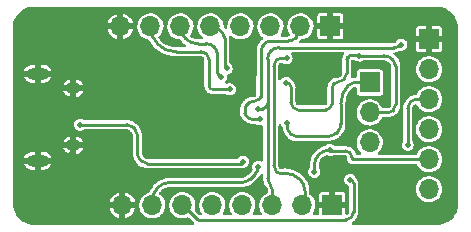
<source format=gbr>
%TF.GenerationSoftware,KiCad,Pcbnew,(6.0.6)*%
%TF.CreationDate,2022-08-14T20:34:24+01:00*%
%TF.ProjectId,FTDI MCU programmer,46544449-204d-4435-9520-70726f677261,REV1.0*%
%TF.SameCoordinates,Original*%
%TF.FileFunction,Copper,L2,Bot*%
%TF.FilePolarity,Positive*%
%FSLAX46Y46*%
G04 Gerber Fmt 4.6, Leading zero omitted, Abs format (unit mm)*
G04 Created by KiCad (PCBNEW (6.0.6)) date 2022-08-14 20:34:24*
%MOMM*%
%LPD*%
G01*
G04 APERTURE LIST*
%TA.AperFunction,ComponentPad*%
%ADD10O,1.250000X1.050000*%
%TD*%
%TA.AperFunction,ComponentPad*%
%ADD11O,1.900000X1.000000*%
%TD*%
%TA.AperFunction,ComponentPad*%
%ADD12R,1.700000X1.700000*%
%TD*%
%TA.AperFunction,ComponentPad*%
%ADD13O,1.700000X1.700000*%
%TD*%
%TA.AperFunction,ViaPad*%
%ADD14C,0.508000*%
%TD*%
%TA.AperFunction,Conductor*%
%ADD15C,0.254000*%
%TD*%
%TA.AperFunction,Conductor*%
%ADD16C,0.250000*%
%TD*%
G04 APERTURE END LIST*
D10*
%TO.P,J3,6,Shield*%
%TO.N,GND*%
X130094000Y-61366400D03*
X130094000Y-56540400D03*
D11*
X127094000Y-55321200D03*
X127094000Y-62687200D03*
%TD*%
D12*
%TO.P,J2,1,Pin_1*%
%TO.N,GND*%
X160210000Y-52400000D03*
D13*
%TO.P,J2,2,Pin_2*%
%TO.N,/CTS*%
X160210000Y-54940000D03*
%TO.P,J2,3,Pin_3*%
%TO.N,Net-(C1-Pad1)*%
X160210000Y-57480000D03*
%TO.P,J2,4,Pin_4*%
%TO.N,/TXD*%
X160210000Y-60020000D03*
%TO.P,J2,5,Pin_5*%
%TO.N,/RXD*%
X160210000Y-62560000D03*
%TO.P,J2,6,Pin_6*%
%TO.N,/DTR*%
X160210000Y-65100000D03*
%TD*%
D12*
%TO.P,J1,1,Pin_1*%
%TO.N,/3V3*%
X155194000Y-56057800D03*
D13*
%TO.P,J1,2,Pin_2*%
%TO.N,/VCCIO*%
X155194000Y-58597800D03*
%TO.P,J1,3,Pin_3*%
%TO.N,/5V*%
X155194000Y-61137800D03*
%TD*%
D12*
%TO.P,J5,1,Pin_1*%
%TO.N,GND*%
X152029400Y-66446400D03*
D13*
%TO.P,J5,2,Pin_2*%
%TO.N,/RTS*%
X149489400Y-66446400D03*
%TO.P,J5,3,Pin_3*%
%TO.N,/CTS*%
X146949400Y-66446400D03*
%TO.P,J5,4,Pin_4*%
%TO.N,/RXD*%
X144409400Y-66446400D03*
%TO.P,J5,5,Pin_5*%
%TO.N,/TXD*%
X141869400Y-66446400D03*
%TO.P,J5,6,Pin_6*%
%TO.N,/5V*%
X139329400Y-66446400D03*
%TO.P,J5,7,Pin_7*%
%TO.N,/3V3*%
X136789400Y-66446400D03*
%TO.P,J5,8,Pin_8*%
%TO.N,GND*%
X134249400Y-66446400D03*
%TD*%
D12*
%TO.P,J6,1,Pin_1*%
%TO.N,GND*%
X151866600Y-51308000D03*
D13*
%TO.P,J6,2,Pin_2*%
%TO.N,/PWREN*%
X149326600Y-51308000D03*
%TO.P,J6,3,Pin_3*%
%TO.N,/DTR*%
X146786600Y-51308000D03*
%TO.P,J6,4,Pin_4*%
%TO.N,VBUS*%
X144246600Y-51308000D03*
%TO.P,J6,5,Pin_5*%
%TO.N,/R1*%
X141706600Y-51308000D03*
%TO.P,J6,6,Pin_6*%
%TO.N,/DSR*%
X139166600Y-51308000D03*
%TO.P,J6,7,Pin_7*%
%TO.N,/DCD*%
X136626600Y-51308000D03*
%TO.P,J6,8,Pin_8*%
%TO.N,GND*%
X134086600Y-51308000D03*
%TD*%
D14*
%TO.N,Net-(C1-Pad1)*%
X158405116Y-61341807D03*
%TO.N,/VCCIO*%
X154275000Y-53775000D03*
X148125000Y-56075000D03*
%TO.N,GND*%
X148375000Y-62850000D03*
X152600000Y-54400000D03*
X149350000Y-57525000D03*
X151275000Y-55250000D03*
X144621271Y-55263500D03*
%TO.N,/5V*%
X153550000Y-64300000D03*
%TO.N,/3V3*%
X148175000Y-59475000D03*
X145750000Y-63200000D03*
%TO.N,/CTS*%
X145725000Y-58275000D03*
X157875000Y-52850000D03*
%TO.N,/RXD*%
X151800000Y-61775000D03*
X150500000Y-63625000D03*
%TO.N,USBDM*%
X144475000Y-62750000D03*
X130676332Y-59628800D03*
%TO.N,/RTS*%
X148150000Y-54000000D03*
%TO.N,/PWREN*%
X145875000Y-59175000D03*
%TO.N,/R1*%
X143075000Y-54875000D03*
%TO.N,/DSR*%
X142625000Y-55600000D03*
%TO.N,/DCD*%
X143350000Y-56625000D03*
%TD*%
D15*
%TO.N,/PWREN*%
X144625000Y-58700000D02*
X144625000Y-58287132D01*
X144624997Y-58700000D02*
G75*
G03*
X144660357Y-58785356I120703J0D01*
G01*
X144766421Y-58891422D02*
X144660356Y-58785357D01*
%TO.N,/DSR*%
X142298018Y-55273018D02*
X142625000Y-55600000D01*
X140633600Y-52775000D02*
X141350000Y-52775000D01*
X142298021Y-53631628D02*
G75*
G03*
X141350000Y-52775001I-949921J-98372D01*
G01*
X140633600Y-52775000D02*
G75*
G02*
X139166600Y-51308000I0J1467000D01*
G01*
X142298018Y-53631628D02*
X142298018Y-55273018D01*
%TO.N,/DCD*%
X141575000Y-56200000D02*
X141575000Y-56273224D01*
X141820710Y-56625000D02*
X143350000Y-56625000D01*
X138768600Y-53450000D02*
X140925000Y-53450000D01*
X141575000Y-54100000D02*
G75*
G03*
X140925000Y-53450000I-650000J0D01*
G01*
X141575000Y-54100000D02*
X141575000Y-56200000D01*
X138768600Y-53450000D02*
G75*
G02*
X136626600Y-51308000I0J2142000D01*
G01*
X141700007Y-56574993D02*
G75*
G02*
X141575000Y-56273224I301793J301793D01*
G01*
X141820710Y-56624995D02*
G75*
G02*
X141700000Y-56575000I-10J170695D01*
G01*
%TO.N,USBDM*%
X136368198Y-62925000D02*
X144300000Y-62925000D01*
X135175000Y-59850000D02*
X135305545Y-59980545D01*
X135818197Y-62693199D02*
G75*
G02*
X135500000Y-61925000I768203J768199D01*
G01*
X136368198Y-62925000D02*
G75*
G02*
X135825001Y-62699999I2J768200D01*
G01*
X135500002Y-60450000D02*
G75*
G03*
X135305545Y-59980545I-663902J0D01*
G01*
X144300000Y-62925000D02*
X144475000Y-62750000D01*
X135175007Y-59849993D02*
G75*
G03*
X134640976Y-59628800I-534007J-534007D01*
G01*
X130676332Y-59628800D02*
X134640976Y-59628800D01*
X135818198Y-62693198D02*
X135825000Y-62700000D01*
X135500000Y-60450000D02*
X135500000Y-61925000D01*
%TO.N,Net-(C1-Pad1)*%
X160210000Y-57480000D02*
X159216482Y-57480000D01*
X158405116Y-58255846D02*
X158405116Y-61341807D01*
X158625005Y-57725005D02*
G75*
G02*
X159216482Y-57480000I591495J-591495D01*
G01*
X158405136Y-58255846D02*
G75*
G02*
X158625000Y-57725000I750664J46D01*
G01*
%TO.N,/VCCIO*%
X156375000Y-53800000D02*
X154310355Y-53800000D01*
X152000000Y-57850000D02*
X152000000Y-56525000D01*
X148525000Y-56475000D02*
X148525000Y-57750000D01*
X153625000Y-53750000D02*
X154189645Y-53750000D01*
X153250000Y-55275000D02*
X153250000Y-54106066D01*
X153325000Y-53925000D02*
X153411611Y-53838389D01*
X157175000Y-54150000D02*
X157143199Y-54118199D01*
X157150000Y-58450000D02*
X157170190Y-58429810D01*
X149150000Y-58375000D02*
X151475000Y-58375000D01*
X155194000Y-58597800D02*
X156793180Y-58597800D01*
X157400000Y-57875000D02*
X157400000Y-54693198D01*
X157174999Y-54150001D02*
G75*
G02*
X157400000Y-54693198I-543199J-543199D01*
G01*
X153325010Y-53925010D02*
G75*
G03*
X153250000Y-54106066I181090J-181090D01*
G01*
X156375000Y-53800002D02*
G75*
G02*
X157143198Y-54118200I0J-1086398D01*
G01*
X157400005Y-57875000D02*
G75*
G02*
X157170190Y-58429810I-784605J0D01*
G01*
X153250000Y-55275000D02*
G75*
G02*
X152500000Y-56025000I-750000J0D01*
G01*
X152500000Y-56025000D02*
G75*
G03*
X152000000Y-56525000I0J-500000D01*
G01*
X148525000Y-56475000D02*
G75*
G03*
X148125000Y-56075000I-400000J0D01*
G01*
X157150006Y-58450006D02*
G75*
G02*
X156793180Y-58597800I-356806J356806D01*
G01*
X152000000Y-57850000D02*
G75*
G02*
X151475000Y-58375000I-525000J0D01*
G01*
X153625000Y-53750007D02*
G75*
G03*
X153411611Y-53838389I0J-301793D01*
G01*
X149150000Y-58375000D02*
G75*
G02*
X148525000Y-57750000I0J625000D01*
G01*
%TO.N,GND*%
X152600000Y-54400000D02*
X152125000Y-54400000D01*
X127094000Y-62687200D02*
X128773200Y-62687200D01*
X151275000Y-55250000D02*
G75*
G02*
X152125000Y-54400000I850000J0D01*
G01*
X130094000Y-61366400D02*
G75*
G02*
X128773200Y-62687200I-1320800J0D01*
G01*
%TO.N,/5V*%
X153825000Y-64575000D02*
X153825000Y-67025000D01*
X153175000Y-67675000D02*
X140695710Y-67675000D01*
X140575000Y-67625000D02*
X139443776Y-66493776D01*
X139329400Y-66446414D02*
G75*
G02*
X139443776Y-66493776I0J-161786D01*
G01*
X153825000Y-64575000D02*
G75*
G03*
X153550000Y-64300000I-275000J0D01*
G01*
X153175000Y-67675000D02*
G75*
G03*
X153825000Y-67025000I0J650000D01*
G01*
X140574997Y-67625003D02*
G75*
G03*
X140695710Y-67675000I120703J120703D01*
G01*
%TO.N,/3V3*%
X152500000Y-60175000D02*
X152350520Y-60324480D01*
X148175000Y-59605026D02*
X148175000Y-59475000D01*
X136789400Y-66446400D02*
X136789400Y-66061986D01*
X155194000Y-56057800D02*
X153924367Y-56057800D01*
X138276040Y-64525000D02*
X144315381Y-64525000D01*
X152750000Y-57844238D02*
X152750000Y-59571447D01*
X145100000Y-64200000D02*
X145502512Y-63797488D01*
X151625000Y-60625000D02*
X148947487Y-60625000D01*
X137250004Y-64950004D02*
G75*
G03*
X136789400Y-66061986I1111996J-1111996D01*
G01*
X148174990Y-59605026D02*
G75*
G03*
X148525000Y-60450000I1195010J26D01*
G01*
X145749992Y-63200000D02*
G75*
G02*
X145502512Y-63797488I-844992J0D01*
G01*
X138276040Y-64525017D02*
G75*
G03*
X137250000Y-64950000I-40J-1450983D01*
G01*
X152499986Y-60174986D02*
G75*
G03*
X152750000Y-59571447I-603586J603586D01*
G01*
X145100006Y-64200006D02*
G75*
G02*
X144315381Y-64525000I-784606J784606D01*
G01*
X151625000Y-60625011D02*
G75*
G03*
X152350519Y-60324479I0J1026011D01*
G01*
X148525004Y-60449996D02*
G75*
G03*
X148947487Y-60625000I422496J422496D01*
G01*
X152750017Y-57844238D02*
G75*
G02*
X153400001Y-56275001I2219183J38D01*
G01*
X153400010Y-56275010D02*
G75*
G02*
X153924367Y-56057800I524390J-524390D01*
G01*
D16*
%TO.N,/CTS*%
X146949400Y-66446400D02*
X146949400Y-65141749D01*
D15*
X147525000Y-53100000D02*
X157271447Y-53100000D01*
X146125000Y-58275000D02*
X145725000Y-58275000D01*
X146550000Y-57850000D02*
X146550000Y-54075000D01*
D16*
X146550000Y-64177513D02*
X146550000Y-57850000D01*
D15*
X147525000Y-53100000D02*
G75*
G03*
X146550000Y-54075000I0J-975000D01*
G01*
D16*
X146549995Y-64177513D02*
G75*
G03*
X146725000Y-64600000I597505J13D01*
G01*
D15*
X146125000Y-58275000D02*
G75*
G03*
X146550000Y-57850000I0J425000D01*
G01*
D16*
X146725015Y-64599985D02*
G75*
G02*
X146949400Y-65141749I-541715J-541715D01*
G01*
D15*
X157874986Y-52849986D02*
G75*
G02*
X157271447Y-53100000I-603586J603586D01*
G01*
%TO.N,/RXD*%
X150500000Y-63075000D02*
X150500000Y-63625000D01*
X153150000Y-61850000D02*
X151875000Y-61850000D01*
X153676959Y-62560000D02*
X153676959Y-62376959D01*
X160210000Y-62560000D02*
X153676959Y-62560000D01*
X150500000Y-63075000D02*
G75*
G02*
X151800000Y-61775000I1300000J0D01*
G01*
X153150000Y-61850041D02*
G75*
G02*
X153676959Y-62376959I0J-526959D01*
G01*
X151800000Y-61775000D02*
G75*
G03*
X151875000Y-61850000I75000J0D01*
G01*
%TO.N,/RTS*%
X147075000Y-54693198D02*
X147075000Y-63089645D01*
X149700000Y-65240685D02*
X149700000Y-65937967D01*
X147294454Y-63619454D02*
X147325000Y-63650000D01*
X148150000Y-54000000D02*
X147662132Y-54000000D01*
X147506066Y-63725000D02*
X147972183Y-63725000D01*
X149300005Y-64274995D02*
G75*
G03*
X147972183Y-63725000I-1327805J-1327805D01*
G01*
X147075000Y-54693198D02*
G75*
G02*
X147300001Y-54150001I768200J-2D01*
G01*
X147299991Y-54149991D02*
G75*
G02*
X147662132Y-54000000I362109J-362109D01*
G01*
X149700006Y-65240685D02*
G75*
G03*
X149300000Y-64275000I-1365706J-15D01*
G01*
X147506066Y-63725014D02*
G75*
G02*
X147325000Y-63650000I34J256114D01*
G01*
X147294469Y-63619439D02*
G75*
G02*
X147075000Y-63089645I529831J529839D01*
G01*
X149489410Y-66446410D02*
G75*
G03*
X149700000Y-65937967I-508410J508410D01*
G01*
%TO.N,/PWREN*%
X145226776Y-59175000D02*
X145875000Y-59175000D01*
X146000000Y-55539645D02*
X146000000Y-53300000D01*
X145417158Y-57650000D02*
X145275000Y-57650000D01*
X146853553Y-52550000D02*
X148296447Y-52550000D01*
X146176777Y-52873224D02*
X146250000Y-52800000D01*
X148900000Y-52300000D02*
X148926801Y-52273199D01*
X145975000Y-55600000D02*
X145975000Y-57268934D01*
X144766421Y-58891422D02*
X144925000Y-59050000D01*
X144890901Y-57809099D02*
X144775000Y-57925000D01*
X146176767Y-52873214D02*
G75*
G03*
X146000000Y-53300000I426833J-426786D01*
G01*
X144890901Y-57809099D02*
G75*
G02*
X145275000Y-57650000I384099J-384101D01*
G01*
X144625014Y-58287132D02*
G75*
G02*
X144775001Y-57925001I512086J32D01*
G01*
X145226776Y-59175009D02*
G75*
G02*
X144925000Y-59050000I24J426809D01*
G01*
X149326598Y-51308000D02*
G75*
G02*
X148926800Y-52273198I-1364998J0D01*
G01*
X145899990Y-57449990D02*
G75*
G03*
X145975000Y-57268934I-181090J181090D01*
G01*
X146000018Y-55539645D02*
G75*
G02*
X145975000Y-55600000I-85418J45D01*
G01*
X146853553Y-52549981D02*
G75*
G03*
X146250000Y-52800000I47J-853619D01*
G01*
X148899986Y-52299986D02*
G75*
G02*
X148296447Y-52550000I-603586J603586D01*
G01*
X145417158Y-57649982D02*
G75*
G03*
X145900000Y-57450000I42J682782D01*
G01*
%TO.N,/R1*%
X143075000Y-54875000D02*
X142910036Y-54710036D01*
X142910036Y-54710036D02*
X142910036Y-52307599D01*
X141706600Y-51307973D02*
G75*
G02*
X142910035Y-52307599I-4000J-1229027D01*
G01*
%TD*%
%TA.AperFunction,Conductor*%
%TO.N,GND*%
G36*
X160845303Y-49634521D02*
G01*
X160858200Y-49637086D01*
X160870372Y-49634665D01*
X160882780Y-49634665D01*
X160882780Y-49635130D01*
X160893606Y-49634421D01*
X161085284Y-49646984D01*
X161101624Y-49649135D01*
X161316724Y-49691921D01*
X161332645Y-49696187D01*
X161540321Y-49766684D01*
X161555547Y-49772991D01*
X161752242Y-49869990D01*
X161766515Y-49878231D01*
X161948866Y-50000073D01*
X161961943Y-50010106D01*
X162126834Y-50154712D01*
X162138488Y-50166366D01*
X162276024Y-50323195D01*
X162283094Y-50331257D01*
X162293127Y-50344334D01*
X162414969Y-50526685D01*
X162423210Y-50540958D01*
X162520209Y-50737653D01*
X162526516Y-50752879D01*
X162597013Y-50960555D01*
X162601279Y-50976476D01*
X162644065Y-51191576D01*
X162646216Y-51207916D01*
X162658779Y-51399594D01*
X162658070Y-51410420D01*
X162658535Y-51410420D01*
X162658535Y-51422828D01*
X162656114Y-51435000D01*
X162658535Y-51447172D01*
X162658535Y-51447173D01*
X162658743Y-51448219D01*
X162661164Y-51472583D01*
X162686436Y-66281817D01*
X162686436Y-66282032D01*
X162684014Y-66306831D01*
X162681514Y-66319400D01*
X162683935Y-66331572D01*
X162683935Y-66343980D01*
X162683470Y-66343980D01*
X162684179Y-66354806D01*
X162671616Y-66546484D01*
X162669465Y-66562824D01*
X162626679Y-66777924D01*
X162622413Y-66793845D01*
X162551916Y-67001521D01*
X162545609Y-67016747D01*
X162448610Y-67213442D01*
X162440369Y-67227715D01*
X162318527Y-67410066D01*
X162308497Y-67423139D01*
X162207996Y-67537739D01*
X162163888Y-67588034D01*
X162152234Y-67599688D01*
X162048606Y-67690568D01*
X161987343Y-67744294D01*
X161974266Y-67754327D01*
X161791915Y-67876169D01*
X161777642Y-67884410D01*
X161580947Y-67981409D01*
X161565721Y-67987716D01*
X161358045Y-68058213D01*
X161342124Y-68062479D01*
X161127024Y-68105265D01*
X161110684Y-68107416D01*
X160919006Y-68119979D01*
X160908180Y-68119270D01*
X160908180Y-68119735D01*
X160895772Y-68119735D01*
X160883600Y-68117314D01*
X160870703Y-68119879D01*
X160846124Y-68122300D01*
X153805878Y-68122300D01*
X153737757Y-68102298D01*
X153691264Y-68048642D01*
X153681160Y-67978368D01*
X153710654Y-67913788D01*
X153733604Y-67893090D01*
X153840568Y-67818193D01*
X153968193Y-67690568D01*
X154071717Y-67542720D01*
X154079988Y-67524984D01*
X154145672Y-67384123D01*
X154145672Y-67384122D01*
X154147995Y-67379141D01*
X154194709Y-67204802D01*
X154203678Y-67102286D01*
X154204770Y-67095045D01*
X154206016Y-67091498D01*
X154206500Y-67085909D01*
X154206500Y-67075538D01*
X154206980Y-67064553D01*
X154209053Y-67040865D01*
X154209703Y-67035567D01*
X154209703Y-67034798D01*
X154211255Y-67025000D01*
X154208051Y-67004771D01*
X154206500Y-66985060D01*
X154206500Y-65070964D01*
X159101148Y-65070964D01*
X159114424Y-65273522D01*
X159115845Y-65279118D01*
X159115846Y-65279123D01*
X159162189Y-65461595D01*
X159164392Y-65470269D01*
X159166808Y-65475509D01*
X159166808Y-65475510D01*
X159202449Y-65552821D01*
X159249377Y-65654616D01*
X159366533Y-65820389D01*
X159511938Y-65962035D01*
X159680720Y-66074812D01*
X159686023Y-66077090D01*
X159686026Y-66077092D01*
X159774707Y-66115192D01*
X159867228Y-66154942D01*
X159940244Y-66171464D01*
X160059579Y-66198467D01*
X160059584Y-66198468D01*
X160065216Y-66199742D01*
X160070987Y-66199969D01*
X160070989Y-66199969D01*
X160130756Y-66202317D01*
X160268053Y-66207712D01*
X160385183Y-66190729D01*
X160463231Y-66179413D01*
X160463236Y-66179412D01*
X160468945Y-66178584D01*
X160474409Y-66176729D01*
X160474414Y-66176728D01*
X160655693Y-66115192D01*
X160655698Y-66115190D01*
X160661165Y-66113334D01*
X160838276Y-66014147D01*
X160900934Y-65962035D01*
X160989913Y-65888031D01*
X160994345Y-65884345D01*
X161124147Y-65728276D01*
X161183845Y-65621677D01*
X161220510Y-65556208D01*
X161220511Y-65556206D01*
X161223334Y-65551165D01*
X161225190Y-65545698D01*
X161225192Y-65545693D01*
X161286728Y-65364414D01*
X161286729Y-65364409D01*
X161288584Y-65358945D01*
X161289412Y-65353236D01*
X161289413Y-65353231D01*
X161310659Y-65206694D01*
X161317712Y-65158053D01*
X161319232Y-65100000D01*
X161305303Y-64948407D01*
X161301187Y-64903613D01*
X161301186Y-64903610D01*
X161300658Y-64897859D01*
X161294596Y-64876366D01*
X161247125Y-64708046D01*
X161247124Y-64708044D01*
X161245557Y-64702487D01*
X161238500Y-64688175D01*
X161158331Y-64525609D01*
X161155776Y-64520428D01*
X161034320Y-64357779D01*
X160885258Y-64219987D01*
X160880375Y-64216906D01*
X160880371Y-64216903D01*
X160718464Y-64114748D01*
X160713581Y-64111667D01*
X160525039Y-64036446D01*
X160519379Y-64035320D01*
X160519375Y-64035319D01*
X160331613Y-63997971D01*
X160331610Y-63997971D01*
X160325946Y-63996844D01*
X160320171Y-63996768D01*
X160320167Y-63996768D01*
X160218793Y-63995441D01*
X160122971Y-63994187D01*
X160117274Y-63995166D01*
X160117273Y-63995166D01*
X159928607Y-64027585D01*
X159922910Y-64028564D01*
X159732463Y-64098824D01*
X159558010Y-64202612D01*
X159553670Y-64206418D01*
X159553666Y-64206421D01*
X159447348Y-64299660D01*
X159405392Y-64336455D01*
X159279720Y-64495869D01*
X159277031Y-64500980D01*
X159277029Y-64500983D01*
X159266749Y-64520523D01*
X159185203Y-64675515D01*
X159125007Y-64869378D01*
X159101148Y-65070964D01*
X154206500Y-65070964D01*
X154206500Y-64614940D01*
X154208051Y-64595229D01*
X154209704Y-64584793D01*
X154209704Y-64584792D01*
X154211255Y-64575000D01*
X154209614Y-64564641D01*
X154208858Y-64559055D01*
X154194882Y-64435020D01*
X154194090Y-64427991D01*
X154145229Y-64288353D01*
X154066520Y-64163089D01*
X154045755Y-64142324D01*
X154020150Y-64105381D01*
X153986508Y-64031390D01*
X153986507Y-64031388D01*
X153982792Y-64023218D01*
X153887713Y-63912873D01*
X153765485Y-63833648D01*
X153625934Y-63791914D01*
X153616958Y-63791859D01*
X153616957Y-63791859D01*
X153555644Y-63791485D01*
X153480279Y-63791024D01*
X153340229Y-63831051D01*
X153332642Y-63835838D01*
X153332640Y-63835839D01*
X153297552Y-63857978D01*
X153217042Y-63908776D01*
X153120622Y-64017951D01*
X153116808Y-64026074D01*
X153116807Y-64026076D01*
X153063059Y-64140556D01*
X153058719Y-64149800D01*
X153057339Y-64158665D01*
X153057338Y-64158667D01*
X153038261Y-64281190D01*
X153036309Y-64293724D01*
X153037473Y-64302626D01*
X153037473Y-64302629D01*
X153045658Y-64365217D01*
X153055195Y-64438152D01*
X153058809Y-64446365D01*
X153058810Y-64446369D01*
X153088814Y-64514556D01*
X153113859Y-64571474D01*
X153152842Y-64617850D01*
X153197014Y-64670399D01*
X153207583Y-64682973D01*
X153215060Y-64687950D01*
X153321361Y-64758710D01*
X153321363Y-64758711D01*
X153328834Y-64763684D01*
X153337401Y-64766361D01*
X153337404Y-64766362D01*
X153355073Y-64771882D01*
X153414130Y-64811287D01*
X153442508Y-64876366D01*
X153443500Y-64892149D01*
X153443500Y-66985060D01*
X153441949Y-67004771D01*
X153438745Y-67025000D01*
X153440297Y-67034797D01*
X153440297Y-67035305D01*
X153438746Y-67055016D01*
X153433721Y-67086746D01*
X153433481Y-67088261D01*
X153421299Y-67125752D01*
X153401280Y-67165041D01*
X153378108Y-67196933D01*
X153348495Y-67226546D01*
X153286183Y-67260572D01*
X153215368Y-67255507D01*
X153158532Y-67212960D01*
X153133721Y-67146440D01*
X153133400Y-67137451D01*
X153133400Y-66718515D01*
X153128925Y-66703276D01*
X153127535Y-66702071D01*
X153119852Y-66700400D01*
X150943516Y-66700400D01*
X150928277Y-66704875D01*
X150927072Y-66706265D01*
X150925401Y-66713948D01*
X150925401Y-67167500D01*
X150905399Y-67235621D01*
X150851743Y-67282114D01*
X150799401Y-67293500D01*
X150490229Y-67293500D01*
X150422108Y-67273498D01*
X150375615Y-67219842D01*
X150365511Y-67149568D01*
X150393357Y-67086929D01*
X150399848Y-67079125D01*
X150399854Y-67079117D01*
X150403547Y-67074676D01*
X150463245Y-66968077D01*
X150499910Y-66902608D01*
X150499911Y-66902606D01*
X150502734Y-66897565D01*
X150504590Y-66892098D01*
X150504592Y-66892093D01*
X150566128Y-66710814D01*
X150566129Y-66710809D01*
X150567984Y-66705345D01*
X150568812Y-66699636D01*
X150568813Y-66699631D01*
X150596579Y-66508127D01*
X150597112Y-66504453D01*
X150598632Y-66446400D01*
X150580058Y-66244259D01*
X150578490Y-66238699D01*
X150560323Y-66174285D01*
X150925400Y-66174285D01*
X150929875Y-66189524D01*
X150931265Y-66190729D01*
X150938948Y-66192400D01*
X151757285Y-66192400D01*
X151772524Y-66187925D01*
X151773729Y-66186535D01*
X151775400Y-66178852D01*
X151775400Y-66174285D01*
X152283400Y-66174285D01*
X152287875Y-66189524D01*
X152289265Y-66190729D01*
X152296948Y-66192400D01*
X153115284Y-66192400D01*
X153130523Y-66187925D01*
X153131728Y-66186535D01*
X153133399Y-66178852D01*
X153133399Y-65577572D01*
X153132191Y-65565312D01*
X153121085Y-65509469D01*
X153111767Y-65486973D01*
X153069417Y-65423592D01*
X153052208Y-65406383D01*
X152988825Y-65364032D01*
X152966334Y-65354716D01*
X152910485Y-65343607D01*
X152898230Y-65342400D01*
X152301515Y-65342400D01*
X152286276Y-65346875D01*
X152285071Y-65348265D01*
X152283400Y-65355948D01*
X152283400Y-66174285D01*
X151775400Y-66174285D01*
X151775400Y-65360516D01*
X151770925Y-65345277D01*
X151769535Y-65344072D01*
X151761852Y-65342401D01*
X151160572Y-65342401D01*
X151148312Y-65343609D01*
X151092469Y-65354715D01*
X151069973Y-65364033D01*
X151006592Y-65406383D01*
X150989383Y-65423592D01*
X150947032Y-65486975D01*
X150937716Y-65509466D01*
X150926607Y-65565315D01*
X150925400Y-65577570D01*
X150925400Y-66174285D01*
X150560323Y-66174285D01*
X150526525Y-66054446D01*
X150526524Y-66054444D01*
X150524957Y-66048887D01*
X150514378Y-66027433D01*
X150437731Y-65872009D01*
X150435176Y-65866828D01*
X150313720Y-65704179D01*
X150164658Y-65566387D01*
X150159770Y-65563303D01*
X150140263Y-65550994D01*
X150093326Y-65497726D01*
X150081500Y-65444433D01*
X150081500Y-65280621D01*
X150083051Y-65260911D01*
X150084704Y-65250474D01*
X150086255Y-65240681D01*
X150084704Y-65230889D01*
X150084704Y-65228911D01*
X150084171Y-65224141D01*
X150070543Y-65016253D01*
X150070542Y-65016248D01*
X150070273Y-65012139D01*
X150028679Y-64803042D01*
X150026393Y-64791548D01*
X150026392Y-64791546D01*
X150025589Y-64787507D01*
X149951968Y-64570630D01*
X149948333Y-64563258D01*
X149878331Y-64421312D01*
X149850668Y-64365217D01*
X149824387Y-64325884D01*
X149751567Y-64216903D01*
X149723424Y-64174784D01*
X149583393Y-64015110D01*
X149580326Y-64011272D01*
X149578952Y-64009898D01*
X149573124Y-64001876D01*
X149565102Y-63996048D01*
X149563590Y-63994536D01*
X149558868Y-63990727D01*
X149383068Y-63833623D01*
X149176109Y-63686779D01*
X149173017Y-63685070D01*
X149173012Y-63685067D01*
X149052972Y-63618724D01*
X149986309Y-63618724D01*
X149987473Y-63627626D01*
X149987473Y-63627629D01*
X149991702Y-63659969D01*
X150005195Y-63763152D01*
X150008809Y-63771365D01*
X150008810Y-63771369D01*
X150038362Y-63838529D01*
X150063859Y-63896474D01*
X150069634Y-63903344D01*
X150069635Y-63903346D01*
X150151803Y-64001097D01*
X150157583Y-64007973D01*
X150165060Y-64012950D01*
X150271361Y-64083710D01*
X150271363Y-64083711D01*
X150278834Y-64088684D01*
X150287401Y-64091361D01*
X150287402Y-64091361D01*
X150303777Y-64096477D01*
X150417864Y-64132121D01*
X150563498Y-64134790D01*
X150671367Y-64105381D01*
X150695363Y-64098839D01*
X150695364Y-64098839D01*
X150704026Y-64096477D01*
X150711838Y-64091681D01*
X150768406Y-64056948D01*
X150828154Y-64020263D01*
X150834774Y-64012950D01*
X150919873Y-63918934D01*
X150919874Y-63918933D01*
X150925901Y-63912274D01*
X150929917Y-63903986D01*
X150985495Y-63789272D01*
X150985495Y-63789271D01*
X150989410Y-63781191D01*
X151013576Y-63637552D01*
X151013729Y-63625000D01*
X151006330Y-63573334D01*
X150994354Y-63489706D01*
X150994353Y-63489703D01*
X150993080Y-63480813D01*
X150986653Y-63466676D01*
X150955266Y-63397646D01*
X150932792Y-63348218D01*
X150912047Y-63324142D01*
X150882733Y-63259479D01*
X150881500Y-63241894D01*
X150881500Y-63114940D01*
X150883051Y-63095229D01*
X150884704Y-63084793D01*
X150884704Y-63084792D01*
X150886255Y-63075000D01*
X150884704Y-63065207D01*
X150884704Y-63055289D01*
X150885066Y-63055289D01*
X150884540Y-63040250D01*
X150894494Y-62926482D01*
X150898307Y-62904855D01*
X150902248Y-62890150D01*
X150934039Y-62771502D01*
X150941551Y-62750863D01*
X150963949Y-62702831D01*
X150999900Y-62625735D01*
X151010876Y-62606724D01*
X151090068Y-62493626D01*
X151104186Y-62476802D01*
X151201802Y-62379186D01*
X151218626Y-62365068D01*
X151274118Y-62326212D01*
X151331724Y-62285876D01*
X151350739Y-62274898D01*
X151415955Y-62244487D01*
X151452713Y-62227346D01*
X151522905Y-62216684D01*
X151562421Y-62231607D01*
X151563261Y-62229846D01*
X151571361Y-62233710D01*
X151578834Y-62238684D01*
X151717864Y-62282121D01*
X151863498Y-62284790D01*
X151919756Y-62269452D01*
X151995367Y-62248838D01*
X151995369Y-62248837D01*
X152004026Y-62246477D01*
X152011569Y-62241846D01*
X152061525Y-62231500D01*
X153110060Y-62231500D01*
X153129771Y-62233051D01*
X153140205Y-62234704D01*
X153140208Y-62234704D01*
X153150000Y-62236255D01*
X153157377Y-62235086D01*
X153178091Y-62237128D01*
X153181111Y-62237729D01*
X153226503Y-62256537D01*
X153232015Y-62260220D01*
X153266775Y-62294979D01*
X153270459Y-62300492D01*
X153289274Y-62345906D01*
X153289832Y-62348710D01*
X153291885Y-62369533D01*
X153290704Y-62376989D01*
X153292256Y-62386783D01*
X153292256Y-62386784D01*
X153293906Y-62397196D01*
X153295459Y-62416916D01*
X153295459Y-62537759D01*
X153294989Y-62548630D01*
X153291376Y-62590346D01*
X153293887Y-62600454D01*
X153301881Y-62632635D01*
X153303886Y-62642321D01*
X153311037Y-62685283D01*
X153315983Y-62694449D01*
X153317558Y-62699049D01*
X153319483Y-62703498D01*
X153321994Y-62713607D01*
X153333274Y-62731077D01*
X153345629Y-62750211D01*
X153350666Y-62758729D01*
X153366401Y-62787892D01*
X153366404Y-62787895D01*
X153371347Y-62797057D01*
X153378989Y-62804122D01*
X153381970Y-62807965D01*
X153385242Y-62811560D01*
X153390888Y-62820304D01*
X153409639Y-62835086D01*
X153425106Y-62847279D01*
X153432623Y-62853699D01*
X153464611Y-62883269D01*
X153474136Y-62887480D01*
X153478200Y-62890150D01*
X153482450Y-62892486D01*
X153490629Y-62898934D01*
X153531732Y-62913369D01*
X153540925Y-62917008D01*
X153547444Y-62919890D01*
X153580772Y-62934624D01*
X153591144Y-62935523D01*
X153598817Y-62937493D01*
X153602982Y-62938390D01*
X153610461Y-62941016D01*
X153616050Y-62941500D01*
X153654718Y-62941500D01*
X153665589Y-62941970D01*
X153707305Y-62945583D01*
X153717414Y-62943072D01*
X153727796Y-62942255D01*
X153727846Y-62942884D01*
X153739158Y-62941500D01*
X159088912Y-62941500D01*
X159157033Y-62961502D01*
X159203338Y-63014749D01*
X159240440Y-63095229D01*
X159249377Y-63114616D01*
X159252710Y-63119332D01*
X159347608Y-63253610D01*
X159366533Y-63280389D01*
X159370675Y-63284424D01*
X159401065Y-63314028D01*
X159511938Y-63422035D01*
X159516742Y-63425245D01*
X159538402Y-63439718D01*
X159680720Y-63534812D01*
X159686023Y-63537090D01*
X159686026Y-63537092D01*
X159839309Y-63602947D01*
X159867228Y-63614942D01*
X159923297Y-63627629D01*
X160059579Y-63658467D01*
X160059584Y-63658468D01*
X160065216Y-63659742D01*
X160070987Y-63659969D01*
X160070989Y-63659969D01*
X160130756Y-63662317D01*
X160268053Y-63667712D01*
X160368499Y-63653148D01*
X160463231Y-63639413D01*
X160463236Y-63639412D01*
X160468945Y-63638584D01*
X160474409Y-63636729D01*
X160474414Y-63636728D01*
X160655693Y-63575192D01*
X160655698Y-63575190D01*
X160661165Y-63573334D01*
X160677779Y-63564030D01*
X160770656Y-63512016D01*
X160838276Y-63474147D01*
X160845338Y-63468274D01*
X160989913Y-63348031D01*
X160994345Y-63344345D01*
X161028877Y-63302825D01*
X161120453Y-63192718D01*
X161120455Y-63192715D01*
X161124147Y-63188276D01*
X161190826Y-63069212D01*
X161220510Y-63016208D01*
X161220511Y-63016206D01*
X161223334Y-63011165D01*
X161225190Y-63005698D01*
X161225192Y-63005693D01*
X161286728Y-62824414D01*
X161286729Y-62824409D01*
X161288584Y-62818945D01*
X161289412Y-62813236D01*
X161289413Y-62813231D01*
X161315297Y-62634710D01*
X161317712Y-62618053D01*
X161319232Y-62560000D01*
X161305916Y-62415085D01*
X161301187Y-62363613D01*
X161301186Y-62363610D01*
X161300658Y-62357859D01*
X161290355Y-62321327D01*
X161247125Y-62168046D01*
X161247124Y-62168044D01*
X161245557Y-62162487D01*
X161240569Y-62152371D01*
X161158331Y-61985609D01*
X161155776Y-61980428D01*
X161151456Y-61974642D01*
X161084561Y-61885060D01*
X161034320Y-61817779D01*
X160885258Y-61679987D01*
X160880375Y-61676906D01*
X160880371Y-61676903D01*
X160718464Y-61574748D01*
X160713581Y-61571667D01*
X160525039Y-61496446D01*
X160519379Y-61495320D01*
X160519375Y-61495319D01*
X160331613Y-61457971D01*
X160331610Y-61457971D01*
X160325946Y-61456844D01*
X160320171Y-61456768D01*
X160320167Y-61456768D01*
X160218793Y-61455441D01*
X160122971Y-61454187D01*
X160117274Y-61455166D01*
X160117273Y-61455166D01*
X159962949Y-61481684D01*
X159922910Y-61488564D01*
X159732463Y-61558824D01*
X159558010Y-61662612D01*
X159553670Y-61666418D01*
X159553666Y-61666421D01*
X159487121Y-61724780D01*
X159405392Y-61796455D01*
X159401817Y-61800990D01*
X159401816Y-61800991D01*
X159396158Y-61808168D01*
X159279720Y-61955869D01*
X159277031Y-61960980D01*
X159277029Y-61960983D01*
X159270213Y-61973938D01*
X159203464Y-62100808D01*
X159198013Y-62111168D01*
X159148594Y-62162140D01*
X159086505Y-62178500D01*
X156018659Y-62178500D01*
X155950538Y-62158498D01*
X155904045Y-62104842D01*
X155893941Y-62034568D01*
X155923435Y-61969988D01*
X155938089Y-61955626D01*
X155973912Y-61925832D01*
X155973913Y-61925831D01*
X155978345Y-61922145D01*
X156017337Y-61875262D01*
X156104453Y-61770518D01*
X156104455Y-61770515D01*
X156108147Y-61766076D01*
X156186445Y-61626265D01*
X156204510Y-61594008D01*
X156204511Y-61594006D01*
X156207334Y-61588965D01*
X156209190Y-61583498D01*
X156209192Y-61583493D01*
X156270728Y-61402214D01*
X156270729Y-61402209D01*
X156272584Y-61396745D01*
X156273412Y-61391036D01*
X156273413Y-61391031D01*
X156281460Y-61335531D01*
X157891425Y-61335531D01*
X157892589Y-61344433D01*
X157892589Y-61344436D01*
X157900145Y-61402214D01*
X157910311Y-61479959D01*
X157913925Y-61488172D01*
X157913926Y-61488176D01*
X157944134Y-61556826D01*
X157968975Y-61613281D01*
X157974750Y-61620151D01*
X157974751Y-61620153D01*
X158044735Y-61703409D01*
X158062699Y-61724780D01*
X158070176Y-61729757D01*
X158176477Y-61800517D01*
X158176479Y-61800518D01*
X158183950Y-61805491D01*
X158322980Y-61848928D01*
X158468614Y-61851597D01*
X158538878Y-61832440D01*
X158600479Y-61815646D01*
X158600480Y-61815646D01*
X158609142Y-61813284D01*
X158617475Y-61808168D01*
X158678794Y-61770518D01*
X158733270Y-61737070D01*
X158739890Y-61729757D01*
X158824989Y-61635741D01*
X158824990Y-61635740D01*
X158831017Y-61629081D01*
X158836399Y-61617974D01*
X158890611Y-61506079D01*
X158890611Y-61506078D01*
X158894526Y-61497998D01*
X158918692Y-61354359D01*
X158918845Y-61341807D01*
X158908488Y-61269487D01*
X158899470Y-61206513D01*
X158899469Y-61206510D01*
X158898196Y-61197620D01*
X158891769Y-61183483D01*
X158862890Y-61119969D01*
X158837908Y-61065025D01*
X158817163Y-61040949D01*
X158787849Y-60976286D01*
X158786616Y-60958701D01*
X158786616Y-59990964D01*
X159101148Y-59990964D01*
X159114424Y-60193522D01*
X159115845Y-60199118D01*
X159115846Y-60199123D01*
X159140358Y-60295636D01*
X159164392Y-60390269D01*
X159166809Y-60395512D01*
X159245401Y-60565992D01*
X159249377Y-60574616D01*
X159252710Y-60579332D01*
X159343784Y-60708199D01*
X159366533Y-60740389D01*
X159511938Y-60882035D01*
X159680720Y-60994812D01*
X159686023Y-60997090D01*
X159686026Y-60997092D01*
X159850800Y-61067884D01*
X159867228Y-61074942D01*
X159940244Y-61091464D01*
X160059579Y-61118467D01*
X160059584Y-61118468D01*
X160065216Y-61119742D01*
X160070987Y-61119969D01*
X160070989Y-61119969D01*
X160130756Y-61122317D01*
X160268053Y-61127712D01*
X160385183Y-61110729D01*
X160463231Y-61099413D01*
X160463236Y-61099412D01*
X160468945Y-61098584D01*
X160474409Y-61096729D01*
X160474414Y-61096728D01*
X160655693Y-61035192D01*
X160655698Y-61035190D01*
X160661165Y-61033334D01*
X160673156Y-61026619D01*
X160763031Y-60976286D01*
X160838276Y-60934147D01*
X160843144Y-60930099D01*
X160989913Y-60808031D01*
X160994345Y-60804345D01*
X161066133Y-60718030D01*
X161120453Y-60652718D01*
X161120455Y-60652715D01*
X161124147Y-60648276D01*
X161190871Y-60529132D01*
X161220510Y-60476208D01*
X161220511Y-60476206D01*
X161223334Y-60471165D01*
X161225190Y-60465698D01*
X161225192Y-60465693D01*
X161286728Y-60284414D01*
X161286729Y-60284409D01*
X161288584Y-60278945D01*
X161289412Y-60273236D01*
X161289413Y-60273231D01*
X161308792Y-60139576D01*
X161317712Y-60078053D01*
X161319232Y-60020000D01*
X161307156Y-59888573D01*
X161301187Y-59823613D01*
X161301186Y-59823610D01*
X161300658Y-59817859D01*
X161296346Y-59802569D01*
X161247125Y-59628046D01*
X161247124Y-59628044D01*
X161245557Y-59622487D01*
X161241875Y-59615019D01*
X161158331Y-59445609D01*
X161155776Y-59440428D01*
X161034320Y-59277779D01*
X160885258Y-59139987D01*
X160880375Y-59136906D01*
X160880371Y-59136903D01*
X160718464Y-59034748D01*
X160713581Y-59031667D01*
X160525039Y-58956446D01*
X160519379Y-58955320D01*
X160519375Y-58955319D01*
X160331613Y-58917971D01*
X160331610Y-58917971D01*
X160325946Y-58916844D01*
X160320171Y-58916768D01*
X160320167Y-58916768D01*
X160218793Y-58915441D01*
X160122971Y-58914187D01*
X160117274Y-58915166D01*
X160117273Y-58915166D01*
X159928607Y-58947585D01*
X159922910Y-58948564D01*
X159732463Y-59018824D01*
X159558010Y-59122612D01*
X159553670Y-59126418D01*
X159553666Y-59126421D01*
X159421253Y-59242545D01*
X159405392Y-59256455D01*
X159279720Y-59415869D01*
X159277031Y-59420980D01*
X159277029Y-59420983D01*
X159250910Y-59470627D01*
X159185203Y-59595515D01*
X159125007Y-59789378D01*
X159101148Y-59990964D01*
X158786616Y-59990964D01*
X158786616Y-58295769D01*
X158788166Y-58276065D01*
X158789820Y-58265617D01*
X158791371Y-58255822D01*
X158789818Y-58246026D01*
X158789818Y-58239906D01*
X158790895Y-58223455D01*
X158791112Y-58221809D01*
X158797047Y-58176711D01*
X158805557Y-58144946D01*
X158829745Y-58086546D01*
X158846190Y-58058063D01*
X158846249Y-58057987D01*
X158874795Y-58020784D01*
X158885662Y-58008393D01*
X158890105Y-58003950D01*
X158898124Y-57998124D01*
X158903950Y-57990105D01*
X158910966Y-57983089D01*
X158911422Y-57983545D01*
X158921623Y-57972726D01*
X158954123Y-57946054D01*
X158974653Y-57932337D01*
X159031431Y-57901987D01*
X159054256Y-57892533D01*
X159060917Y-57890512D01*
X159062935Y-57889900D01*
X159133929Y-57889271D01*
X159193993Y-57927123D01*
X159213930Y-57957726D01*
X159245648Y-58026527D01*
X159249377Y-58034616D01*
X159252710Y-58039332D01*
X159354230Y-58182980D01*
X159366533Y-58200389D01*
X159370675Y-58204424D01*
X159432186Y-58264345D01*
X159511938Y-58342035D01*
X159680720Y-58454812D01*
X159686023Y-58457090D01*
X159686026Y-58457092D01*
X159849040Y-58527128D01*
X159867228Y-58534942D01*
X159940244Y-58551464D01*
X160059579Y-58578467D01*
X160059584Y-58578468D01*
X160065216Y-58579742D01*
X160070987Y-58579969D01*
X160070989Y-58579969D01*
X160130756Y-58582317D01*
X160268053Y-58587712D01*
X160368499Y-58573148D01*
X160463231Y-58559413D01*
X160463236Y-58559412D01*
X160468945Y-58558584D01*
X160474409Y-58556729D01*
X160474414Y-58556728D01*
X160655693Y-58495192D01*
X160655698Y-58495190D01*
X160661165Y-58493334D01*
X160668342Y-58489315D01*
X160804340Y-58413152D01*
X160838276Y-58394147D01*
X160900934Y-58342035D01*
X160989913Y-58268031D01*
X160994345Y-58264345D01*
X161037792Y-58212106D01*
X161120453Y-58112718D01*
X161120455Y-58112715D01*
X161124147Y-58108276D01*
X161189907Y-57990853D01*
X161220510Y-57936208D01*
X161220511Y-57936206D01*
X161223334Y-57931165D01*
X161225190Y-57925698D01*
X161225192Y-57925693D01*
X161286728Y-57744414D01*
X161286729Y-57744409D01*
X161288584Y-57738945D01*
X161289412Y-57733236D01*
X161289413Y-57733231D01*
X161309509Y-57594626D01*
X161317712Y-57538053D01*
X161319232Y-57480000D01*
X161303601Y-57309884D01*
X161301187Y-57283613D01*
X161301186Y-57283610D01*
X161300658Y-57277859D01*
X161299090Y-57272299D01*
X161247125Y-57088046D01*
X161247124Y-57088044D01*
X161245557Y-57082487D01*
X161218724Y-57028073D01*
X161158331Y-56905609D01*
X161155776Y-56900428D01*
X161034320Y-56737779D01*
X160885258Y-56599987D01*
X160880375Y-56596906D01*
X160880371Y-56596903D01*
X160734728Y-56505010D01*
X160713581Y-56491667D01*
X160525039Y-56416446D01*
X160519379Y-56415320D01*
X160519375Y-56415319D01*
X160331613Y-56377971D01*
X160331610Y-56377971D01*
X160325946Y-56376844D01*
X160320171Y-56376768D01*
X160320167Y-56376768D01*
X160218793Y-56375441D01*
X160122971Y-56374187D01*
X160117274Y-56375166D01*
X160117273Y-56375166D01*
X159944320Y-56404885D01*
X159922910Y-56408564D01*
X159732463Y-56478824D01*
X159558010Y-56582612D01*
X159553670Y-56586418D01*
X159553666Y-56586421D01*
X159409771Y-56712615D01*
X159405392Y-56716455D01*
X159279720Y-56875869D01*
X159277031Y-56880980D01*
X159277029Y-56880983D01*
X159194678Y-57037506D01*
X159145259Y-57088478D01*
X159093059Y-57104449D01*
X159050799Y-57107776D01*
X159025353Y-57109779D01*
X159020536Y-57110936D01*
X159020533Y-57110936D01*
X158843753Y-57153380D01*
X158843751Y-57153381D01*
X158838939Y-57154536D01*
X158834365Y-57156431D01*
X158834364Y-57156431D01*
X158777072Y-57180163D01*
X158661820Y-57227903D01*
X158498360Y-57328074D01*
X158365871Y-57441231D01*
X158360409Y-57445536D01*
X158359896Y-57446049D01*
X158351876Y-57451876D01*
X158346050Y-57459895D01*
X158346048Y-57459897D01*
X158345410Y-57460775D01*
X158339285Y-57468546D01*
X158237020Y-57588284D01*
X158234433Y-57592505D01*
X158234432Y-57592507D01*
X158148199Y-57733231D01*
X158143902Y-57740244D01*
X158075705Y-57904900D01*
X158074550Y-57909712D01*
X158074549Y-57909715D01*
X158035263Y-58073384D01*
X158035262Y-58073390D01*
X158034108Y-58078198D01*
X158031393Y-58112718D01*
X158026171Y-58179116D01*
X158025084Y-58186547D01*
X158024100Y-58189348D01*
X158023616Y-58194937D01*
X158023616Y-58206658D01*
X158023228Y-58216536D01*
X158021780Y-58234949D01*
X158020619Y-58244763D01*
X158018861Y-58255870D01*
X158020412Y-58265659D01*
X158020412Y-58265662D01*
X158022064Y-58276085D01*
X158023616Y-58295803D01*
X158023616Y-60957872D01*
X158003614Y-61025993D01*
X157992058Y-61041279D01*
X157975738Y-61059758D01*
X157913835Y-61191607D01*
X157912455Y-61200472D01*
X157912454Y-61200474D01*
X157894851Y-61313529D01*
X157891425Y-61335531D01*
X156281460Y-61335531D01*
X156301179Y-61199527D01*
X156301712Y-61195853D01*
X156303232Y-61137800D01*
X156287029Y-60961459D01*
X156285187Y-60941413D01*
X156285186Y-60941410D01*
X156284658Y-60935659D01*
X156283090Y-60930099D01*
X156231125Y-60745846D01*
X156231124Y-60745844D01*
X156229557Y-60740287D01*
X156221094Y-60723124D01*
X156142331Y-60563409D01*
X156139776Y-60558228D01*
X156018320Y-60395579D01*
X155869258Y-60257787D01*
X155864375Y-60254706D01*
X155864371Y-60254703D01*
X155702464Y-60152548D01*
X155697581Y-60149467D01*
X155509039Y-60074246D01*
X155503379Y-60073120D01*
X155503375Y-60073119D01*
X155315613Y-60035771D01*
X155315610Y-60035771D01*
X155309946Y-60034644D01*
X155304171Y-60034568D01*
X155304167Y-60034568D01*
X155202793Y-60033241D01*
X155106971Y-60031987D01*
X155101274Y-60032966D01*
X155101273Y-60032966D01*
X154912607Y-60065385D01*
X154906910Y-60066364D01*
X154716463Y-60136624D01*
X154542010Y-60240412D01*
X154537670Y-60244218D01*
X154537666Y-60244221D01*
X154403842Y-60361583D01*
X154389392Y-60374255D01*
X154385817Y-60378790D01*
X154385816Y-60378791D01*
X154375994Y-60391250D01*
X154263720Y-60533669D01*
X154261031Y-60538780D01*
X154261029Y-60538783D01*
X154224234Y-60608719D01*
X154169203Y-60713315D01*
X154109007Y-60907178D01*
X154085148Y-61108764D01*
X154098424Y-61311322D01*
X154099845Y-61316918D01*
X154099846Y-61316923D01*
X154138665Y-61469768D01*
X154148392Y-61508069D01*
X154150809Y-61513312D01*
X154208045Y-61637467D01*
X154233377Y-61692416D01*
X154236710Y-61697132D01*
X154345758Y-61851432D01*
X154350533Y-61858189D01*
X154354675Y-61862224D01*
X154457351Y-61962246D01*
X154492189Y-62024107D01*
X154488052Y-62094983D01*
X154446253Y-62152371D01*
X154380063Y-62178051D01*
X154369430Y-62178500D01*
X154132571Y-62178500D01*
X154064450Y-62158498D01*
X154017957Y-62104842D01*
X154011999Y-62089085D01*
X154003287Y-62060372D01*
X153993348Y-62027616D01*
X153956991Y-61959605D01*
X153911903Y-61875262D01*
X153911901Y-61875259D01*
X153908987Y-61869808D01*
X153903051Y-61862575D01*
X153858396Y-61808168D01*
X153795461Y-61731489D01*
X153657133Y-61617974D01*
X153499318Y-61533625D01*
X153493393Y-61531828D01*
X153493391Y-61531827D01*
X153432351Y-61513312D01*
X153328080Y-61481684D01*
X153229583Y-61471983D01*
X153221390Y-61470702D01*
X153216498Y-61468984D01*
X153210909Y-61468500D01*
X153200403Y-61468500D01*
X153188055Y-61467893D01*
X153176507Y-61466756D01*
X153156678Y-61464803D01*
X153150000Y-61463745D01*
X153140208Y-61465296D01*
X153140206Y-61465296D01*
X153129771Y-61466949D01*
X153110060Y-61468500D01*
X152264939Y-61468500D01*
X152196818Y-61448498D01*
X152169485Y-61424747D01*
X152143571Y-61394671D01*
X152143569Y-61394669D01*
X152137713Y-61387873D01*
X152124003Y-61378986D01*
X152070699Y-61344436D01*
X152015485Y-61308648D01*
X151875934Y-61266914D01*
X151866958Y-61266859D01*
X151866957Y-61266859D01*
X151805644Y-61266485D01*
X151730279Y-61266024D01*
X151590229Y-61306051D01*
X151582642Y-61310838D01*
X151582640Y-61310839D01*
X151533559Y-61341807D01*
X151467042Y-61383776D01*
X151461100Y-61390504D01*
X151461099Y-61390505D01*
X151447545Y-61405852D01*
X151387459Y-61443670D01*
X151379888Y-61445564D01*
X151340250Y-61454187D01*
X151325057Y-61457492D01*
X151320840Y-61459065D01*
X151320836Y-61459066D01*
X151120935Y-61533625D01*
X151099695Y-61541547D01*
X151095751Y-61543700D01*
X151095750Y-61543701D01*
X151012855Y-61588965D01*
X150888590Y-61656819D01*
X150875763Y-61666421D01*
X150699642Y-61798263D01*
X150699635Y-61798269D01*
X150696039Y-61800961D01*
X150525961Y-61971039D01*
X150523269Y-61974635D01*
X150523263Y-61974642D01*
X150406260Y-62130941D01*
X150381819Y-62163590D01*
X150379660Y-62167544D01*
X150345641Y-62229846D01*
X150266547Y-62374695D01*
X150264976Y-62378907D01*
X150198811Y-62556305D01*
X150182492Y-62600057D01*
X150181536Y-62604452D01*
X150181535Y-62604455D01*
X150133686Y-62824414D01*
X150131364Y-62835086D01*
X150119839Y-62996234D01*
X150118920Y-63009080D01*
X150118779Y-63010863D01*
X150118504Y-63014049D01*
X150118499Y-63014107D01*
X150117829Y-63014049D01*
X150117545Y-63014883D01*
X150118500Y-63014951D01*
X150116008Y-63049800D01*
X150114584Y-63069705D01*
X150113745Y-63075000D01*
X150115297Y-63084796D01*
X150116949Y-63095229D01*
X150118500Y-63114940D01*
X150118500Y-63241065D01*
X150098498Y-63309186D01*
X150086942Y-63324472D01*
X150070622Y-63342951D01*
X150061693Y-63361969D01*
X150024551Y-63441080D01*
X150008719Y-63474800D01*
X150007339Y-63483665D01*
X150007338Y-63483667D01*
X149988766Y-63602947D01*
X149986309Y-63618724D01*
X149052972Y-63618724D01*
X148957104Y-63565740D01*
X148954010Y-63564030D01*
X148950753Y-63562681D01*
X148950749Y-63562679D01*
X148722833Y-63468274D01*
X148722832Y-63468274D01*
X148719564Y-63466920D01*
X148686856Y-63457497D01*
X148479103Y-63397646D01*
X148479105Y-63397646D01*
X148475719Y-63396671D01*
X148442354Y-63391002D01*
X148229029Y-63354758D01*
X148229021Y-63354757D01*
X148225542Y-63354166D01*
X147990212Y-63340952D01*
X147984081Y-63340296D01*
X147981975Y-63340296D01*
X147972180Y-63338745D01*
X147962388Y-63340296D01*
X147951952Y-63341949D01*
X147932240Y-63343500D01*
X147621624Y-63343500D01*
X147553503Y-63323498D01*
X147521666Y-63294209D01*
X147515882Y-63286672D01*
X147499432Y-63258184D01*
X147475384Y-63200131D01*
X147466871Y-63168363D01*
X147460783Y-63122140D01*
X147459704Y-63105691D01*
X147459704Y-63099418D01*
X147461255Y-63089622D01*
X147458052Y-63069407D01*
X147456500Y-63049689D01*
X147456500Y-59703975D01*
X147476502Y-59635854D01*
X147530158Y-59589361D01*
X147600432Y-59579257D01*
X147665012Y-59608751D01*
X147697829Y-59653228D01*
X147707585Y-59675400D01*
X147738859Y-59746474D01*
X147744634Y-59753344D01*
X147744635Y-59753346D01*
X147786011Y-59802569D01*
X147813138Y-59859060D01*
X147827943Y-59933483D01*
X147843946Y-60013929D01*
X147845268Y-60017823D01*
X147845269Y-60017827D01*
X147867452Y-60083172D01*
X147910376Y-60209615D01*
X147945650Y-60281142D01*
X147999467Y-60390269D01*
X148001778Y-60394956D01*
X148004070Y-60398386D01*
X148004071Y-60398388D01*
X148107783Y-60553601D01*
X148116590Y-60566782D01*
X148119304Y-60569876D01*
X148119308Y-60569882D01*
X148239272Y-60706673D01*
X148245834Y-60714887D01*
X148246045Y-60715098D01*
X148251876Y-60723124D01*
X148259899Y-60728953D01*
X148259901Y-60728955D01*
X148265701Y-60733169D01*
X148273467Y-60739292D01*
X148302316Y-60763931D01*
X148370276Y-60821974D01*
X148501661Y-60902489D01*
X148506225Y-60904380D01*
X148506228Y-60904381D01*
X148639457Y-60959567D01*
X148644025Y-60961459D01*
X148727917Y-60981601D01*
X148789040Y-60996277D01*
X148789043Y-60996278D01*
X148793860Y-60997434D01*
X148867414Y-61003224D01*
X148877057Y-61004635D01*
X148880989Y-61006016D01*
X148886578Y-61006500D01*
X148904081Y-61006500D01*
X148913968Y-61006889D01*
X148920854Y-61007431D01*
X148930681Y-61008594D01*
X148947479Y-61011255D01*
X148957273Y-61009704D01*
X148957275Y-61009704D01*
X148967711Y-61008051D01*
X148987419Y-61006500D01*
X151585060Y-61006500D01*
X151604771Y-61008051D01*
X151615207Y-61009704D01*
X151615208Y-61009704D01*
X151625000Y-61011255D01*
X151634793Y-61009704D01*
X151637868Y-61009217D01*
X151649337Y-61007936D01*
X151805006Y-60997733D01*
X151805013Y-60997732D01*
X151809118Y-60997463D01*
X151813150Y-60996661D01*
X151813157Y-60996660D01*
X151986038Y-60962270D01*
X151990085Y-60961465D01*
X152133103Y-60912915D01*
X152160899Y-60903479D01*
X152164805Y-60902153D01*
X152330288Y-60820543D01*
X152333712Y-60818255D01*
X152333719Y-60818251D01*
X152425377Y-60757004D01*
X152483703Y-60718030D01*
X152566185Y-60645692D01*
X152571785Y-60641464D01*
X152572918Y-60640920D01*
X152577212Y-60637310D01*
X152584771Y-60629751D01*
X152590787Y-60624116D01*
X152603999Y-60612529D01*
X152613014Y-60605325D01*
X152615627Y-60603426D01*
X152623651Y-60597596D01*
X152635687Y-60581029D01*
X152648530Y-60565992D01*
X152741513Y-60473009D01*
X152756548Y-60460167D01*
X152765105Y-60453950D01*
X152773124Y-60448124D01*
X152778950Y-60440105D01*
X152779596Y-60439459D01*
X152783480Y-60434532D01*
X152895478Y-60303401D01*
X152895482Y-60303396D01*
X152898699Y-60299629D01*
X153000273Y-60133882D01*
X153036869Y-60045537D01*
X153072778Y-59958852D01*
X153072780Y-59958847D01*
X153074669Y-59954286D01*
X153114267Y-59789378D01*
X153118899Y-59770087D01*
X153118899Y-59770086D01*
X153120057Y-59765264D01*
X153129471Y-59645724D01*
X153130319Y-59639930D01*
X153131016Y-59637945D01*
X153131500Y-59632356D01*
X153131500Y-59624913D01*
X153131889Y-59615019D01*
X153132418Y-59608310D01*
X153133835Y-59590312D01*
X153134006Y-59588143D01*
X153134703Y-59582257D01*
X153134703Y-59581263D01*
X153136255Y-59571468D01*
X153133050Y-59551225D01*
X153131500Y-59531521D01*
X153131500Y-57884171D01*
X153133051Y-57864462D01*
X153134704Y-57854026D01*
X153134704Y-57854025D01*
X153136255Y-57844231D01*
X153134703Y-57834436D01*
X153134703Y-57828204D01*
X153133824Y-57809022D01*
X153146695Y-57612602D01*
X153148846Y-57596261D01*
X153192517Y-57376697D01*
X153196782Y-57360777D01*
X153216362Y-57303094D01*
X153268743Y-57148779D01*
X153275050Y-57133554D01*
X153286204Y-57110936D01*
X153374063Y-56932773D01*
X153382301Y-56918504D01*
X153506683Y-56732351D01*
X153516707Y-56719289D01*
X153646451Y-56571343D01*
X153660817Y-56558237D01*
X153665101Y-56553953D01*
X153673124Y-56548124D01*
X153678954Y-56540099D01*
X153683325Y-56535728D01*
X153695718Y-56524860D01*
X153709917Y-56513965D01*
X153731185Y-56497645D01*
X153759668Y-56481200D01*
X153815867Y-56457920D01*
X153847636Y-56449407D01*
X153891854Y-56443584D01*
X153908298Y-56442505D01*
X153914593Y-56442505D01*
X153924384Y-56444055D01*
X153943785Y-56440981D01*
X154014194Y-56450077D01*
X154068511Y-56495795D01*
X154089501Y-56565429D01*
X154089501Y-56932866D01*
X154104266Y-57007101D01*
X154111161Y-57017420D01*
X154111162Y-57017422D01*
X154151177Y-57077307D01*
X154160516Y-57091284D01*
X154244699Y-57147534D01*
X154318933Y-57162300D01*
X155193858Y-57162300D01*
X156069066Y-57162299D01*
X156113909Y-57153380D01*
X156131126Y-57149956D01*
X156131128Y-57149955D01*
X156143301Y-57147534D01*
X156153621Y-57140639D01*
X156153622Y-57140638D01*
X156217168Y-57098177D01*
X156227484Y-57091284D01*
X156283734Y-57007101D01*
X156298500Y-56932867D01*
X156298499Y-55182734D01*
X156283734Y-55108499D01*
X156253149Y-55062725D01*
X156234377Y-55034632D01*
X156227484Y-55024316D01*
X156143301Y-54968066D01*
X156069067Y-54953300D01*
X155194142Y-54953300D01*
X154318934Y-54953301D01*
X154283182Y-54960412D01*
X154256874Y-54965644D01*
X154256872Y-54965645D01*
X154244699Y-54968066D01*
X154234379Y-54974961D01*
X154234378Y-54974962D01*
X154173985Y-55015316D01*
X154160516Y-55024316D01*
X154104266Y-55108499D01*
X154089500Y-55182733D01*
X154089500Y-55550175D01*
X154069498Y-55618296D01*
X154015842Y-55664789D01*
X153943794Y-55674624D01*
X153924350Y-55671545D01*
X153913131Y-55673323D01*
X153903339Y-55674482D01*
X153748126Y-55686703D01*
X153744108Y-55687668D01*
X153673924Y-55678598D01*
X153619610Y-55632876D01*
X153598637Y-55565048D01*
X153602917Y-55530637D01*
X153610258Y-55503240D01*
X153618566Y-55472233D01*
X153629322Y-55349305D01*
X153630109Y-55344081D01*
X153631016Y-55341498D01*
X153631500Y-55335909D01*
X153631500Y-55329898D01*
X153631978Y-55318936D01*
X153635288Y-55281107D01*
X153636255Y-55275000D01*
X153633051Y-55254771D01*
X153631500Y-55235060D01*
X153631500Y-54257500D01*
X153651502Y-54189379D01*
X153705158Y-54142886D01*
X153757500Y-54131500D01*
X153856769Y-54131500D01*
X153924890Y-54151502D01*
X153931142Y-54156258D01*
X153932583Y-54157973D01*
X153939077Y-54162296D01*
X153939080Y-54162298D01*
X154046361Y-54233710D01*
X154046363Y-54233711D01*
X154053834Y-54238684D01*
X154192864Y-54282121D01*
X154338498Y-54284790D01*
X154438595Y-54257500D01*
X154470367Y-54248838D01*
X154470369Y-54248837D01*
X154479026Y-54246477D01*
X154486671Y-54241783D01*
X154486678Y-54241780D01*
X154554520Y-54200125D01*
X154620448Y-54181500D01*
X156335060Y-54181500D01*
X156354771Y-54183051D01*
X156365206Y-54184704D01*
X156365208Y-54184704D01*
X156375000Y-54186255D01*
X156384795Y-54184703D01*
X156394710Y-54184703D01*
X156394710Y-54185347D01*
X156409595Y-54184909D01*
X156500169Y-54193830D01*
X156524395Y-54198649D01*
X156632877Y-54231557D01*
X156655691Y-54241006D01*
X156755681Y-54294451D01*
X156776211Y-54308169D01*
X156846565Y-54365907D01*
X156856782Y-54376744D01*
X156857237Y-54376289D01*
X156864245Y-54383297D01*
X156870076Y-54391323D01*
X156878101Y-54397153D01*
X156885111Y-54404164D01*
X156884326Y-54404949D01*
X156888251Y-54408874D01*
X156889035Y-54408090D01*
X156896049Y-54415104D01*
X156901876Y-54423124D01*
X156909895Y-54428950D01*
X156914340Y-54433395D01*
X156925200Y-54445776D01*
X156956594Y-54486690D01*
X156973039Y-54515174D01*
X156998975Y-54577789D01*
X157007488Y-54609559D01*
X157014219Y-54660680D01*
X157015297Y-54677132D01*
X157015297Y-54683403D01*
X157013745Y-54693199D01*
X157015296Y-54702990D01*
X157015296Y-54702993D01*
X157016949Y-54713428D01*
X157018500Y-54733139D01*
X157018500Y-57835060D01*
X157016949Y-57854771D01*
X157013745Y-57875000D01*
X157015296Y-57884794D01*
X157015296Y-57891114D01*
X157014218Y-57907560D01*
X157006934Y-57962888D01*
X156998420Y-57994661D01*
X156970846Y-58061229D01*
X156954399Y-58089716D01*
X156920396Y-58134028D01*
X156909530Y-58146417D01*
X156905093Y-58150854D01*
X156897071Y-58156682D01*
X156891244Y-58164702D01*
X156884897Y-58171049D01*
X156876876Y-58176876D01*
X156875806Y-58178348D01*
X156868400Y-58182392D01*
X156867647Y-58182980D01*
X156867642Y-58182983D01*
X156867562Y-58182850D01*
X156817436Y-58210218D01*
X156798003Y-58212307D01*
X156793195Y-58211545D01*
X156783400Y-58213096D01*
X156772961Y-58214749D01*
X156753255Y-58216300D01*
X156315806Y-58216300D01*
X156247685Y-58196298D01*
X156202800Y-58146028D01*
X156142331Y-58023409D01*
X156139776Y-58018228D01*
X156105794Y-57972720D01*
X156086584Y-57946996D01*
X156018320Y-57855579D01*
X155888984Y-57736022D01*
X155873503Y-57721711D01*
X155869258Y-57717787D01*
X155864375Y-57714706D01*
X155864371Y-57714703D01*
X155702464Y-57612548D01*
X155697581Y-57609467D01*
X155509039Y-57534246D01*
X155503379Y-57533120D01*
X155503375Y-57533119D01*
X155315613Y-57495771D01*
X155315610Y-57495771D01*
X155309946Y-57494644D01*
X155304171Y-57494568D01*
X155304167Y-57494568D01*
X155202793Y-57493241D01*
X155106971Y-57491987D01*
X155101274Y-57492966D01*
X155101273Y-57492966D01*
X154916384Y-57524736D01*
X154906910Y-57526364D01*
X154716463Y-57596624D01*
X154542010Y-57700412D01*
X154537670Y-57704218D01*
X154537666Y-57704221D01*
X154399665Y-57825246D01*
X154389392Y-57834255D01*
X154385817Y-57838790D01*
X154385816Y-57838791D01*
X154380938Y-57844979D01*
X154263720Y-57993669D01*
X154261031Y-57998780D01*
X154261029Y-57998783D01*
X154221780Y-58073384D01*
X154169203Y-58173315D01*
X154109007Y-58367178D01*
X154085148Y-58568764D01*
X154098424Y-58771322D01*
X154099845Y-58776918D01*
X154099846Y-58776923D01*
X154141187Y-58939699D01*
X154148392Y-58968069D01*
X154150809Y-58973312D01*
X154185944Y-59049526D01*
X154233377Y-59152416D01*
X154236710Y-59157132D01*
X154304214Y-59252648D01*
X154350533Y-59318189D01*
X154354675Y-59322224D01*
X154383827Y-59350622D01*
X154495938Y-59459835D01*
X154664720Y-59572612D01*
X154670023Y-59574890D01*
X154670026Y-59574892D01*
X154824738Y-59641361D01*
X154851228Y-59652742D01*
X154924244Y-59669264D01*
X155043579Y-59696267D01*
X155043584Y-59696268D01*
X155049216Y-59697542D01*
X155054987Y-59697769D01*
X155054989Y-59697769D01*
X155114756Y-59700117D01*
X155252053Y-59705512D01*
X155352499Y-59690948D01*
X155447231Y-59677213D01*
X155447236Y-59677212D01*
X155452945Y-59676384D01*
X155458409Y-59674529D01*
X155458414Y-59674528D01*
X155639693Y-59612992D01*
X155639698Y-59612990D01*
X155645165Y-59611134D01*
X155682346Y-59590312D01*
X155733484Y-59561673D01*
X155822276Y-59511947D01*
X155860857Y-59479860D01*
X155973913Y-59385831D01*
X155978345Y-59382145D01*
X156065146Y-59277779D01*
X156104453Y-59230518D01*
X156104455Y-59230515D01*
X156108147Y-59226076D01*
X156207334Y-59048965D01*
X156208336Y-59049526D01*
X156250470Y-58999955D01*
X156319597Y-58979300D01*
X156753232Y-58979300D01*
X156772948Y-58980852D01*
X156783372Y-58982504D01*
X156783375Y-58982504D01*
X156793165Y-58984055D01*
X156805992Y-58982024D01*
X156813568Y-58980825D01*
X156823389Y-58979663D01*
X156858583Y-58976894D01*
X156932217Y-58971101D01*
X157067847Y-58938544D01*
X157120422Y-58916768D01*
X157192142Y-58887062D01*
X157192143Y-58887061D01*
X157196712Y-58885169D01*
X157315641Y-58812291D01*
X157359090Y-58775182D01*
X157367981Y-58768560D01*
X157372398Y-58766440D01*
X157376692Y-58762830D01*
X157378619Y-58760903D01*
X157378630Y-58760893D01*
X157391520Y-58748003D01*
X157406545Y-58735169D01*
X157423124Y-58723124D01*
X157428950Y-58715105D01*
X157435295Y-58708760D01*
X157443309Y-58702938D01*
X157449137Y-58694917D01*
X157449202Y-58694852D01*
X157455108Y-58687360D01*
X157558494Y-58566314D01*
X157558496Y-58566312D01*
X157561706Y-58562553D01*
X157657614Y-58406049D01*
X157659505Y-58401484D01*
X157659508Y-58401478D01*
X157718244Y-58259681D01*
X157727859Y-58236469D01*
X157729668Y-58228936D01*
X157769554Y-58062800D01*
X157769555Y-58062794D01*
X157770709Y-58057987D01*
X157776158Y-57988746D01*
X157779146Y-57950788D01*
X157780141Y-57943988D01*
X157781016Y-57941498D01*
X157781500Y-57935909D01*
X157781500Y-57925836D01*
X157781889Y-57915948D01*
X157783594Y-57894289D01*
X157784704Y-57884909D01*
X157784704Y-57884792D01*
X157786255Y-57875000D01*
X157783051Y-57854771D01*
X157781500Y-57835060D01*
X157781500Y-54910964D01*
X159101148Y-54910964D01*
X159114424Y-55113522D01*
X159115845Y-55119118D01*
X159115846Y-55119123D01*
X159136119Y-55198945D01*
X159164392Y-55310269D01*
X159166809Y-55315512D01*
X159241509Y-55477550D01*
X159249377Y-55494616D01*
X159252710Y-55499332D01*
X159352411Y-55640406D01*
X159366533Y-55660389D01*
X159370675Y-55664424D01*
X159389733Y-55682989D01*
X159511938Y-55802035D01*
X159516742Y-55805245D01*
X159555455Y-55831112D01*
X159680720Y-55914812D01*
X159686023Y-55917090D01*
X159686026Y-55917092D01*
X159774707Y-55955192D01*
X159867228Y-55994942D01*
X159940244Y-56011464D01*
X160059579Y-56038467D01*
X160059584Y-56038468D01*
X160065216Y-56039742D01*
X160070987Y-56039969D01*
X160070989Y-56039969D01*
X160130756Y-56042317D01*
X160268053Y-56047712D01*
X160370244Y-56032895D01*
X160463231Y-56019413D01*
X160463236Y-56019412D01*
X160468945Y-56018584D01*
X160474409Y-56016729D01*
X160474414Y-56016728D01*
X160655693Y-55955192D01*
X160655698Y-55955190D01*
X160661165Y-55953334D01*
X160721184Y-55919722D01*
X160750241Y-55903449D01*
X160838276Y-55854147D01*
X160850881Y-55843664D01*
X160989913Y-55728031D01*
X160994345Y-55724345D01*
X161047537Y-55660389D01*
X161120453Y-55572718D01*
X161120455Y-55572715D01*
X161124147Y-55568276D01*
X161223334Y-55391165D01*
X161225190Y-55385698D01*
X161225192Y-55385693D01*
X161286728Y-55204414D01*
X161286729Y-55204409D01*
X161288584Y-55198945D01*
X161289412Y-55193236D01*
X161289413Y-55193231D01*
X161308335Y-55062725D01*
X161317712Y-54998053D01*
X161319232Y-54940000D01*
X161306252Y-54798736D01*
X161301187Y-54743613D01*
X161301186Y-54743610D01*
X161300658Y-54737859D01*
X161296364Y-54722635D01*
X161247125Y-54548046D01*
X161247124Y-54548044D01*
X161245557Y-54542487D01*
X161234978Y-54521033D01*
X161158331Y-54365609D01*
X161155776Y-54360428D01*
X161134735Y-54332250D01*
X161099171Y-54284625D01*
X161034320Y-54197779D01*
X160885258Y-54059987D01*
X160880375Y-54056906D01*
X160880371Y-54056903D01*
X160718464Y-53954748D01*
X160713581Y-53951667D01*
X160525039Y-53876446D01*
X160519379Y-53875320D01*
X160519375Y-53875319D01*
X160331613Y-53837971D01*
X160331610Y-53837971D01*
X160325946Y-53836844D01*
X160320171Y-53836768D01*
X160320167Y-53836768D01*
X160218793Y-53835441D01*
X160122971Y-53834187D01*
X160117274Y-53835166D01*
X160117273Y-53835166D01*
X159952421Y-53863493D01*
X159922910Y-53868564D01*
X159732463Y-53938824D01*
X159558010Y-54042612D01*
X159553670Y-54046418D01*
X159553666Y-54046421D01*
X159421535Y-54162298D01*
X159405392Y-54176455D01*
X159401817Y-54180990D01*
X159401816Y-54180991D01*
X159391695Y-54193830D01*
X159279720Y-54335869D01*
X159277031Y-54340980D01*
X159277029Y-54340983D01*
X159240898Y-54409657D01*
X159185203Y-54515515D01*
X159163651Y-54584925D01*
X159126991Y-54702990D01*
X159125007Y-54709378D01*
X159101148Y-54910964D01*
X157781500Y-54910964D01*
X157781500Y-54733137D01*
X157783051Y-54713426D01*
X157784704Y-54702990D01*
X157784704Y-54702989D01*
X157786255Y-54693197D01*
X157784645Y-54683030D01*
X157783482Y-54673208D01*
X157782496Y-54660680D01*
X157770856Y-54512789D01*
X157769702Y-54507982D01*
X157769701Y-54507976D01*
X157740404Y-54385949D01*
X157728610Y-54336823D01*
X157713481Y-54300298D01*
X157661252Y-54174206D01*
X157661250Y-54174202D01*
X157659357Y-54169632D01*
X157564803Y-54015333D01*
X157561596Y-54011578D01*
X157561593Y-54011574D01*
X157496913Y-53935845D01*
X157492648Y-53930117D01*
X157491440Y-53927602D01*
X157487830Y-53923308D01*
X157480196Y-53915673D01*
X157473499Y-53908430D01*
X157460311Y-53892990D01*
X157454190Y-53885225D01*
X157453952Y-53884897D01*
X157453951Y-53884896D01*
X157448124Y-53876876D01*
X157440102Y-53871048D01*
X157433091Y-53864037D01*
X157433876Y-53863251D01*
X157429948Y-53859323D01*
X157429163Y-53860109D01*
X157422150Y-53853097D01*
X157416322Y-53845075D01*
X157406824Y-53838174D01*
X157397811Y-53830972D01*
X157273622Y-53722062D01*
X157270516Y-53719338D01*
X157261667Y-53713425D01*
X157259400Y-53711910D01*
X157213873Y-53657433D01*
X157205026Y-53586990D01*
X157235668Y-53522946D01*
X157296070Y-53485635D01*
X157319506Y-53481536D01*
X157465264Y-53470057D01*
X157654286Y-53424669D01*
X157658847Y-53422780D01*
X157658852Y-53422778D01*
X157731119Y-53392842D01*
X157792048Y-53367603D01*
X157842575Y-53358032D01*
X157938498Y-53359790D01*
X158047688Y-53330021D01*
X158070363Y-53323839D01*
X158070364Y-53323839D01*
X158079026Y-53321477D01*
X158164774Y-53268828D01*
X159106001Y-53268828D01*
X159107209Y-53281088D01*
X159118315Y-53336931D01*
X159127633Y-53359427D01*
X159169983Y-53422808D01*
X159187192Y-53440017D01*
X159250575Y-53482368D01*
X159273066Y-53491684D01*
X159328915Y-53502793D01*
X159341170Y-53504000D01*
X159937885Y-53504000D01*
X159953124Y-53499525D01*
X159954329Y-53498135D01*
X159956000Y-53490452D01*
X159956000Y-53485884D01*
X160464000Y-53485884D01*
X160468475Y-53501123D01*
X160469865Y-53502328D01*
X160477548Y-53503999D01*
X161078828Y-53503999D01*
X161091088Y-53502791D01*
X161146931Y-53491685D01*
X161169427Y-53482367D01*
X161232808Y-53440017D01*
X161250017Y-53422808D01*
X161292368Y-53359425D01*
X161301684Y-53336934D01*
X161312793Y-53281085D01*
X161314000Y-53268830D01*
X161314000Y-52672115D01*
X161309525Y-52656876D01*
X161308135Y-52655671D01*
X161300452Y-52654000D01*
X160482115Y-52654000D01*
X160466876Y-52658475D01*
X160465671Y-52659865D01*
X160464000Y-52667548D01*
X160464000Y-53485884D01*
X159956000Y-53485884D01*
X159956000Y-52672115D01*
X159951525Y-52656876D01*
X159950135Y-52655671D01*
X159942452Y-52654000D01*
X159124116Y-52654000D01*
X159108877Y-52658475D01*
X159107672Y-52659865D01*
X159106001Y-52667548D01*
X159106001Y-53268828D01*
X158164774Y-53268828D01*
X158203154Y-53245263D01*
X158210893Y-53236714D01*
X158294873Y-53143934D01*
X158294874Y-53143933D01*
X158300901Y-53137274D01*
X158308424Y-53121748D01*
X158360495Y-53014272D01*
X158360495Y-53014271D01*
X158364410Y-53006191D01*
X158388576Y-52862552D01*
X158388729Y-52850000D01*
X158379997Y-52789027D01*
X158369354Y-52714706D01*
X158369353Y-52714703D01*
X158368080Y-52705813D01*
X158363685Y-52696146D01*
X158311508Y-52581390D01*
X158311507Y-52581388D01*
X158307792Y-52573218D01*
X158212713Y-52462873D01*
X158090485Y-52383648D01*
X157950934Y-52341914D01*
X157941958Y-52341859D01*
X157941957Y-52341859D01*
X157880644Y-52341485D01*
X157805279Y-52341024D01*
X157665229Y-52381051D01*
X157657642Y-52385838D01*
X157657640Y-52385839D01*
X157616179Y-52411999D01*
X157542042Y-52458776D01*
X157445622Y-52567951D01*
X157441808Y-52576074D01*
X157441807Y-52576076D01*
X157410394Y-52642984D01*
X157363337Y-52696146D01*
X157308658Y-52714831D01*
X157305991Y-52715093D01*
X157291136Y-52714655D01*
X157291136Y-52715295D01*
X157281218Y-52715295D01*
X157271426Y-52713745D01*
X157261637Y-52715296D01*
X157261634Y-52715296D01*
X157251211Y-52716948D01*
X157231493Y-52718500D01*
X149325678Y-52718500D01*
X149257557Y-52698498D01*
X149211064Y-52644842D01*
X149200960Y-52574568D01*
X149230945Y-52509424D01*
X149271768Y-52462873D01*
X149275883Y-52458181D01*
X149335835Y-52420153D01*
X149375559Y-52415355D01*
X149377582Y-52415434D01*
X149384653Y-52415712D01*
X149495196Y-52399684D01*
X149579831Y-52387413D01*
X149579836Y-52387412D01*
X149585545Y-52386584D01*
X149591009Y-52384729D01*
X149591014Y-52384728D01*
X149772293Y-52323192D01*
X149772298Y-52323190D01*
X149777765Y-52321334D01*
X149783094Y-52318350D01*
X149874026Y-52267425D01*
X149954876Y-52222147D01*
X149972637Y-52207376D01*
X150009366Y-52176828D01*
X150762601Y-52176828D01*
X150763809Y-52189088D01*
X150774915Y-52244931D01*
X150784233Y-52267427D01*
X150826583Y-52330808D01*
X150843792Y-52348017D01*
X150907175Y-52390368D01*
X150929666Y-52399684D01*
X150985515Y-52410793D01*
X150997770Y-52412000D01*
X151594485Y-52412000D01*
X151609724Y-52407525D01*
X151610929Y-52406135D01*
X151612600Y-52398452D01*
X151612600Y-52393884D01*
X152120600Y-52393884D01*
X152125075Y-52409123D01*
X152126465Y-52410328D01*
X152134148Y-52411999D01*
X152735428Y-52411999D01*
X152747688Y-52410791D01*
X152803531Y-52399685D01*
X152826027Y-52390367D01*
X152889408Y-52348017D01*
X152906617Y-52330808D01*
X152948968Y-52267425D01*
X152958284Y-52244934D01*
X152969393Y-52189085D01*
X152970600Y-52176830D01*
X152970600Y-52127885D01*
X159106000Y-52127885D01*
X159110475Y-52143124D01*
X159111865Y-52144329D01*
X159119548Y-52146000D01*
X159937885Y-52146000D01*
X159953124Y-52141525D01*
X159954329Y-52140135D01*
X159956000Y-52132452D01*
X159956000Y-52127885D01*
X160464000Y-52127885D01*
X160468475Y-52143124D01*
X160469865Y-52144329D01*
X160477548Y-52146000D01*
X161295884Y-52146000D01*
X161311123Y-52141525D01*
X161312328Y-52140135D01*
X161313999Y-52132452D01*
X161313999Y-51531172D01*
X161312791Y-51518912D01*
X161301685Y-51463069D01*
X161292367Y-51440573D01*
X161250017Y-51377192D01*
X161232808Y-51359983D01*
X161169425Y-51317632D01*
X161146934Y-51308316D01*
X161091085Y-51297207D01*
X161078830Y-51296000D01*
X160482115Y-51296000D01*
X160466876Y-51300475D01*
X160465671Y-51301865D01*
X160464000Y-51309548D01*
X160464000Y-52127885D01*
X159956000Y-52127885D01*
X159956000Y-51314116D01*
X159951525Y-51298877D01*
X159950135Y-51297672D01*
X159942452Y-51296001D01*
X159341172Y-51296001D01*
X159328912Y-51297209D01*
X159273069Y-51308315D01*
X159250573Y-51317633D01*
X159187192Y-51359983D01*
X159169983Y-51377192D01*
X159127632Y-51440575D01*
X159118316Y-51463066D01*
X159107207Y-51518915D01*
X159106000Y-51531170D01*
X159106000Y-52127885D01*
X152970600Y-52127885D01*
X152970600Y-51580115D01*
X152966125Y-51564876D01*
X152964735Y-51563671D01*
X152957052Y-51562000D01*
X152138715Y-51562000D01*
X152123476Y-51566475D01*
X152122271Y-51567865D01*
X152120600Y-51575548D01*
X152120600Y-52393884D01*
X151612600Y-52393884D01*
X151612600Y-51580115D01*
X151608125Y-51564876D01*
X151606735Y-51563671D01*
X151599052Y-51562000D01*
X150780716Y-51562000D01*
X150765477Y-51566475D01*
X150764272Y-51567865D01*
X150762601Y-51575548D01*
X150762601Y-52176828D01*
X150009366Y-52176828D01*
X150106513Y-52096031D01*
X150110945Y-52092345D01*
X150240747Y-51936276D01*
X150339934Y-51759165D01*
X150341790Y-51753698D01*
X150341792Y-51753693D01*
X150403328Y-51572414D01*
X150403329Y-51572409D01*
X150405184Y-51566945D01*
X150406012Y-51561236D01*
X150406013Y-51561231D01*
X150432697Y-51377192D01*
X150434312Y-51366053D01*
X150435832Y-51308000D01*
X150417258Y-51105859D01*
X150415690Y-51100299D01*
X150397523Y-51035885D01*
X150762600Y-51035885D01*
X150767075Y-51051124D01*
X150768465Y-51052329D01*
X150776148Y-51054000D01*
X151594485Y-51054000D01*
X151609724Y-51049525D01*
X151610929Y-51048135D01*
X151612600Y-51040452D01*
X151612600Y-51035885D01*
X152120600Y-51035885D01*
X152125075Y-51051124D01*
X152126465Y-51052329D01*
X152134148Y-51054000D01*
X152952484Y-51054000D01*
X152967723Y-51049525D01*
X152968928Y-51048135D01*
X152970599Y-51040452D01*
X152970599Y-50439172D01*
X152969391Y-50426912D01*
X152958285Y-50371069D01*
X152948967Y-50348573D01*
X152906617Y-50285192D01*
X152889408Y-50267983D01*
X152826025Y-50225632D01*
X152803534Y-50216316D01*
X152747685Y-50205207D01*
X152735430Y-50204000D01*
X152138715Y-50204000D01*
X152123476Y-50208475D01*
X152122271Y-50209865D01*
X152120600Y-50217548D01*
X152120600Y-51035885D01*
X151612600Y-51035885D01*
X151612600Y-50222116D01*
X151608125Y-50206877D01*
X151606735Y-50205672D01*
X151599052Y-50204001D01*
X150997772Y-50204001D01*
X150985512Y-50205209D01*
X150929669Y-50216315D01*
X150907173Y-50225633D01*
X150843792Y-50267983D01*
X150826583Y-50285192D01*
X150784232Y-50348575D01*
X150774916Y-50371066D01*
X150763807Y-50426915D01*
X150762600Y-50439170D01*
X150762600Y-51035885D01*
X150397523Y-51035885D01*
X150363725Y-50916046D01*
X150363724Y-50916044D01*
X150362157Y-50910487D01*
X150351578Y-50889033D01*
X150274931Y-50733609D01*
X150272376Y-50728428D01*
X150150920Y-50565779D01*
X150001858Y-50427987D01*
X149996975Y-50424906D01*
X149996971Y-50424903D01*
X149848550Y-50331257D01*
X149830181Y-50319667D01*
X149641639Y-50244446D01*
X149635979Y-50243320D01*
X149635975Y-50243319D01*
X149448213Y-50205971D01*
X149448210Y-50205971D01*
X149442546Y-50204844D01*
X149436771Y-50204768D01*
X149436767Y-50204768D01*
X149335393Y-50203441D01*
X149239571Y-50202187D01*
X149233874Y-50203166D01*
X149233873Y-50203166D01*
X149103130Y-50225632D01*
X149039510Y-50236564D01*
X148849063Y-50306824D01*
X148674610Y-50410612D01*
X148670270Y-50414418D01*
X148670266Y-50414421D01*
X148542255Y-50526685D01*
X148521992Y-50544455D01*
X148396320Y-50703869D01*
X148393631Y-50708980D01*
X148393629Y-50708983D01*
X148380673Y-50733609D01*
X148301803Y-50883515D01*
X148241607Y-51077378D01*
X148217748Y-51278964D01*
X148231024Y-51481522D01*
X148232445Y-51487118D01*
X148232446Y-51487123D01*
X148267019Y-51623250D01*
X148280992Y-51678269D01*
X148283409Y-51683512D01*
X148320512Y-51763994D01*
X148365977Y-51862616D01*
X148369310Y-51867332D01*
X148438549Y-51965304D01*
X148461530Y-52032479D01*
X148444545Y-52101414D01*
X148392988Y-52150223D01*
X148348007Y-52163417D01*
X148331027Y-52165090D01*
X148316136Y-52164653D01*
X148316136Y-52165295D01*
X148306218Y-52165295D01*
X148296426Y-52163745D01*
X148286637Y-52165296D01*
X148286634Y-52165296D01*
X148276211Y-52166948D01*
X148256493Y-52168500D01*
X147776285Y-52168500D01*
X147708164Y-52148498D01*
X147661671Y-52094842D01*
X147651567Y-52024568D01*
X147679411Y-51961931D01*
X147697048Y-51940724D01*
X147697050Y-51940721D01*
X147700747Y-51936276D01*
X147799934Y-51759165D01*
X147801790Y-51753698D01*
X147801792Y-51753693D01*
X147863328Y-51572414D01*
X147863329Y-51572409D01*
X147865184Y-51566945D01*
X147866012Y-51561236D01*
X147866013Y-51561231D01*
X147892697Y-51377192D01*
X147894312Y-51366053D01*
X147895832Y-51308000D01*
X147877258Y-51105859D01*
X147875690Y-51100299D01*
X147823725Y-50916046D01*
X147823724Y-50916044D01*
X147822157Y-50910487D01*
X147811578Y-50889033D01*
X147734931Y-50733609D01*
X147732376Y-50728428D01*
X147610920Y-50565779D01*
X147461858Y-50427987D01*
X147456975Y-50424906D01*
X147456971Y-50424903D01*
X147308550Y-50331257D01*
X147290181Y-50319667D01*
X147101639Y-50244446D01*
X147095979Y-50243320D01*
X147095975Y-50243319D01*
X146908213Y-50205971D01*
X146908210Y-50205971D01*
X146902546Y-50204844D01*
X146896771Y-50204768D01*
X146896767Y-50204768D01*
X146795393Y-50203441D01*
X146699571Y-50202187D01*
X146693874Y-50203166D01*
X146693873Y-50203166D01*
X146563130Y-50225632D01*
X146499510Y-50236564D01*
X146309063Y-50306824D01*
X146134610Y-50410612D01*
X146130270Y-50414418D01*
X146130266Y-50414421D01*
X146002255Y-50526685D01*
X145981992Y-50544455D01*
X145856320Y-50703869D01*
X145853631Y-50708980D01*
X145853629Y-50708983D01*
X145840673Y-50733609D01*
X145761803Y-50883515D01*
X145701607Y-51077378D01*
X145677748Y-51278964D01*
X145691024Y-51481522D01*
X145692445Y-51487118D01*
X145692446Y-51487123D01*
X145727019Y-51623250D01*
X145740992Y-51678269D01*
X145743409Y-51683512D01*
X145780512Y-51763994D01*
X145825977Y-51862616D01*
X145829310Y-51867332D01*
X145939744Y-52023593D01*
X145943133Y-52028389D01*
X145947275Y-52032424D01*
X146012212Y-52095682D01*
X146088538Y-52170035D01*
X146093342Y-52173245D01*
X146123551Y-52193430D01*
X146169079Y-52247907D01*
X146177927Y-52318350D01*
X146147285Y-52382394D01*
X146128390Y-52399428D01*
X146125359Y-52401286D01*
X146034182Y-52479160D01*
X146029495Y-52482651D01*
X146027600Y-52483561D01*
X146023306Y-52487171D01*
X146018052Y-52492425D01*
X146010789Y-52499140D01*
X145990275Y-52516661D01*
X145985594Y-52520351D01*
X145984896Y-52521049D01*
X145976876Y-52526876D01*
X145964836Y-52543449D01*
X145951993Y-52558485D01*
X145935240Y-52575237D01*
X145920216Y-52588069D01*
X145911662Y-52594285D01*
X145903638Y-52600116D01*
X145897809Y-52608140D01*
X145893894Y-52613529D01*
X145887769Y-52621299D01*
X145807498Y-52715295D01*
X145804148Y-52719218D01*
X145801562Y-52723439D01*
X145726963Y-52845183D01*
X145723141Y-52851420D01*
X145721247Y-52855994D01*
X145721245Y-52855997D01*
X145666926Y-52987147D01*
X145663811Y-52994667D01*
X145662657Y-52999473D01*
X145662655Y-52999480D01*
X145646441Y-53067021D01*
X145627618Y-53145431D01*
X145627230Y-53150366D01*
X145627229Y-53150370D01*
X145624900Y-53179964D01*
X145623114Y-53202672D01*
X145621744Y-53220077D01*
X145620347Y-53229619D01*
X145618984Y-53233502D01*
X145618500Y-53239091D01*
X145618500Y-53256344D01*
X145618112Y-53266226D01*
X145617530Y-53273624D01*
X145616367Y-53283444D01*
X145613745Y-53300000D01*
X145615296Y-53309792D01*
X145615296Y-53309794D01*
X145616949Y-53320229D01*
X145618500Y-53339940D01*
X145618500Y-55442209D01*
X145611383Y-55483956D01*
X145593984Y-55533502D01*
X145593500Y-55539091D01*
X145593500Y-57133299D01*
X145573498Y-57201420D01*
X145515705Y-57249712D01*
X145510482Y-57251876D01*
X145478725Y-57260383D01*
X145449556Y-57264222D01*
X145433111Y-57265298D01*
X145426979Y-57265298D01*
X145417182Y-57263745D01*
X145400836Y-57266333D01*
X145396939Y-57266950D01*
X145377235Y-57268500D01*
X145314940Y-57268500D01*
X145295229Y-57266949D01*
X145284794Y-57265296D01*
X145284792Y-57265296D01*
X145275000Y-57263745D01*
X145256093Y-57266740D01*
X145246285Y-57267901D01*
X145129898Y-57277061D01*
X145125091Y-57278215D01*
X145125085Y-57278216D01*
X145038044Y-57299113D01*
X144988369Y-57311039D01*
X144983802Y-57312931D01*
X144983795Y-57312933D01*
X144858472Y-57364843D01*
X144858468Y-57364845D01*
X144853898Y-57366738D01*
X144729796Y-57442788D01*
X144681123Y-57484358D01*
X144672650Y-57490668D01*
X144668503Y-57492659D01*
X144664209Y-57496268D01*
X144650341Y-57510136D01*
X144643085Y-57516845D01*
X144641027Y-57518603D01*
X144633247Y-57524736D01*
X144625799Y-57530147D01*
X144625797Y-57530149D01*
X144617778Y-57535975D01*
X144611952Y-57543994D01*
X144605740Y-57552544D01*
X144592899Y-57567578D01*
X144533483Y-57626994D01*
X144518448Y-57639836D01*
X144501876Y-57651876D01*
X144489885Y-57668381D01*
X144483789Y-57676115D01*
X144411932Y-57760248D01*
X144375330Y-57819979D01*
X144342071Y-57874256D01*
X144338437Y-57880186D01*
X144336543Y-57884760D01*
X144336542Y-57884761D01*
X144289590Y-57998124D01*
X144284611Y-58010145D01*
X144283455Y-58014960D01*
X144283454Y-58014964D01*
X144259990Y-58112718D01*
X144251780Y-58146924D01*
X144249271Y-58178833D01*
X144247209Y-58205043D01*
X144245602Y-58216026D01*
X144243984Y-58220634D01*
X144243500Y-58226223D01*
X144243500Y-58247209D01*
X144241950Y-58266913D01*
X144238745Y-58287156D01*
X144240296Y-58296945D01*
X144240296Y-58296948D01*
X144241948Y-58307371D01*
X144243500Y-58327089D01*
X144243500Y-58660060D01*
X144241949Y-58679771D01*
X144240546Y-58688632D01*
X144238745Y-58700000D01*
X144240296Y-58709792D01*
X144240296Y-58709797D01*
X144243374Y-58729229D01*
X144243500Y-58730276D01*
X144243500Y-58731692D01*
X144244115Y-58735387D01*
X144244116Y-58735395D01*
X144244496Y-58737674D01*
X144245599Y-58746012D01*
X144250765Y-58798458D01*
X144279487Y-58893132D01*
X144282405Y-58898590D01*
X144282406Y-58898593D01*
X144303763Y-58938544D01*
X144326129Y-58980383D01*
X144330056Y-58985167D01*
X144333497Y-58990317D01*
X144333033Y-58990627D01*
X144335457Y-58994412D01*
X144336181Y-58993945D01*
X144340485Y-59000609D01*
X144343916Y-59007755D01*
X144347526Y-59012049D01*
X144362364Y-59026887D01*
X144375200Y-59041914D01*
X144387253Y-59058501D01*
X144395276Y-59064329D01*
X144395278Y-59064331D01*
X144403813Y-59070531D01*
X144418854Y-59083377D01*
X144453570Y-59118093D01*
X144453591Y-59118115D01*
X144541867Y-59206390D01*
X144627000Y-59291523D01*
X144639842Y-59306560D01*
X144651876Y-59323124D01*
X144659899Y-59328953D01*
X144659901Y-59328955D01*
X144671068Y-59337068D01*
X144678837Y-59343193D01*
X144746441Y-59400932D01*
X144746447Y-59400936D01*
X144750212Y-59404152D01*
X144858685Y-59470627D01*
X144863262Y-59472523D01*
X144971636Y-59517417D01*
X144971640Y-59517418D01*
X144976221Y-59519316D01*
X145026933Y-59531493D01*
X145095114Y-59547865D01*
X145095120Y-59547866D01*
X145099926Y-59549020D01*
X145126686Y-59551128D01*
X145142900Y-59552405D01*
X145155064Y-59554185D01*
X145160278Y-59556016D01*
X145165867Y-59556500D01*
X145186820Y-59556500D01*
X145206536Y-59558052D01*
X145216960Y-59559704D01*
X145216964Y-59559704D01*
X145226754Y-59561255D01*
X145246997Y-59558050D01*
X145266701Y-59556500D01*
X145492269Y-59556500D01*
X145562088Y-59577613D01*
X145646361Y-59633710D01*
X145646363Y-59633711D01*
X145653834Y-59638684D01*
X145662401Y-59641361D01*
X145662402Y-59641361D01*
X145676367Y-59645724D01*
X145792864Y-59682121D01*
X145938498Y-59684790D01*
X145976138Y-59674528D01*
X146011358Y-59664926D01*
X146082341Y-59666306D01*
X146141310Y-59705843D01*
X146169542Y-59770985D01*
X146170500Y-59786489D01*
X146170500Y-62634710D01*
X146150498Y-62702831D01*
X146096842Y-62749324D01*
X146026568Y-62759428D01*
X145975968Y-62740443D01*
X145973014Y-62738528D01*
X145973013Y-62738528D01*
X145965485Y-62733648D01*
X145825934Y-62691914D01*
X145816958Y-62691859D01*
X145816957Y-62691859D01*
X145755644Y-62691485D01*
X145680279Y-62691024D01*
X145540229Y-62731051D01*
X145532642Y-62735838D01*
X145532640Y-62735839D01*
X145502494Y-62754860D01*
X145417042Y-62808776D01*
X145320622Y-62917951D01*
X145316808Y-62926074D01*
X145316807Y-62926076D01*
X145274490Y-63016208D01*
X145258719Y-63049800D01*
X145257339Y-63058665D01*
X145257338Y-63058667D01*
X145237768Y-63184357D01*
X145236309Y-63193724D01*
X145237473Y-63202626D01*
X145237473Y-63202629D01*
X145249019Y-63290922D01*
X145255195Y-63338152D01*
X145258809Y-63346366D01*
X145258811Y-63346372D01*
X145270165Y-63372175D01*
X145279293Y-63442582D01*
X145248906Y-63506748D01*
X145243931Y-63512016D01*
X145237406Y-63518541D01*
X145229383Y-63524370D01*
X145223555Y-63532392D01*
X145217350Y-63540933D01*
X145204507Y-63555971D01*
X144858479Y-63901998D01*
X144843444Y-63914839D01*
X144836788Y-63919675D01*
X144826876Y-63926876D01*
X144821046Y-63934900D01*
X144814035Y-63941912D01*
X144813583Y-63941460D01*
X144803344Y-63952321D01*
X144729500Y-64012923D01*
X144708963Y-64026645D01*
X144604969Y-64082229D01*
X144582150Y-64091681D01*
X144469314Y-64125909D01*
X144445087Y-64130727D01*
X144349989Y-64140092D01*
X144335100Y-64139652D01*
X144335100Y-64140296D01*
X144325180Y-64140296D01*
X144315388Y-64138745D01*
X144295163Y-64141948D01*
X144295157Y-64141949D01*
X144275448Y-64143500D01*
X138315985Y-64143500D01*
X138296271Y-64141948D01*
X138291059Y-64141123D01*
X138276051Y-64138745D01*
X138267004Y-64140178D01*
X138265202Y-64140296D01*
X138263555Y-64140296D01*
X138261228Y-64140556D01*
X138040472Y-64155019D01*
X138040466Y-64155020D01*
X138036342Y-64155290D01*
X138032290Y-64156096D01*
X138032282Y-64156097D01*
X137924568Y-64177521D01*
X137800733Y-64202151D01*
X137796828Y-64203476D01*
X137796826Y-64203477D01*
X137577170Y-64278036D01*
X137573258Y-64279364D01*
X137474007Y-64328308D01*
X137361505Y-64383786D01*
X137361500Y-64383789D01*
X137357807Y-64385610D01*
X137158068Y-64519069D01*
X137154971Y-64521785D01*
X136988491Y-64667784D01*
X136986853Y-64669092D01*
X136985807Y-64670138D01*
X136984149Y-64671592D01*
X136976876Y-64676876D01*
X136973232Y-64681891D01*
X136967721Y-64688175D01*
X136811101Y-64866764D01*
X136811096Y-64866770D01*
X136808383Y-64869864D01*
X136806094Y-64873290D01*
X136806090Y-64873295D01*
X136748920Y-64958856D01*
X136666071Y-65082848D01*
X136664247Y-65086547D01*
X136664244Y-65086552D01*
X136583407Y-65250474D01*
X136552777Y-65312586D01*
X136552390Y-65313727D01*
X136508264Y-65368478D01*
X136480021Y-65383187D01*
X136311863Y-65445224D01*
X136137410Y-65549012D01*
X136133070Y-65552818D01*
X136133066Y-65552821D01*
X136022973Y-65649371D01*
X135984792Y-65682855D01*
X135859120Y-65842269D01*
X135856431Y-65847380D01*
X135856429Y-65847383D01*
X135835043Y-65888031D01*
X135764603Y-66021915D01*
X135749175Y-66071602D01*
X135706912Y-66207712D01*
X135704407Y-66215778D01*
X135680548Y-66417364D01*
X135693824Y-66619922D01*
X135695245Y-66625518D01*
X135695246Y-66625523D01*
X135733952Y-66777924D01*
X135743792Y-66816669D01*
X135746209Y-66821912D01*
X135783312Y-66902394D01*
X135828777Y-67001016D01*
X135845727Y-67025000D01*
X135942517Y-67161955D01*
X135945933Y-67166789D01*
X136091338Y-67308435D01*
X136260120Y-67421212D01*
X136265423Y-67423490D01*
X136265426Y-67423492D01*
X136354107Y-67461592D01*
X136446628Y-67501342D01*
X136511540Y-67516030D01*
X136638979Y-67544867D01*
X136638984Y-67544868D01*
X136644616Y-67546142D01*
X136650387Y-67546369D01*
X136650389Y-67546369D01*
X136710156Y-67548717D01*
X136847453Y-67554112D01*
X136947899Y-67539548D01*
X137042631Y-67525813D01*
X137042636Y-67525812D01*
X137048345Y-67524984D01*
X137053809Y-67523129D01*
X137053814Y-67523128D01*
X137235093Y-67461592D01*
X137235098Y-67461590D01*
X137240565Y-67459734D01*
X137246419Y-67456456D01*
X137316986Y-67416936D01*
X137417676Y-67360547D01*
X137480334Y-67308435D01*
X137569313Y-67234431D01*
X137573745Y-67230745D01*
X137630863Y-67162069D01*
X137699853Y-67079118D01*
X137699855Y-67079115D01*
X137703547Y-67074676D01*
X137763245Y-66968077D01*
X137799910Y-66902608D01*
X137799911Y-66902606D01*
X137802734Y-66897565D01*
X137804590Y-66892098D01*
X137804592Y-66892093D01*
X137866128Y-66710814D01*
X137866129Y-66710809D01*
X137867984Y-66705345D01*
X137868812Y-66699636D01*
X137868813Y-66699631D01*
X137896579Y-66508127D01*
X137897112Y-66504453D01*
X137898632Y-66446400D01*
X137880058Y-66244259D01*
X137878490Y-66238699D01*
X137826525Y-66054446D01*
X137826524Y-66054444D01*
X137824957Y-66048887D01*
X137814378Y-66027433D01*
X137737731Y-65872009D01*
X137735176Y-65866828D01*
X137613720Y-65704179D01*
X137464658Y-65566387D01*
X137431660Y-65545567D01*
X137384724Y-65492302D01*
X137374035Y-65422115D01*
X137391478Y-65373151D01*
X137391570Y-65373002D01*
X137393213Y-65370321D01*
X137404822Y-65354346D01*
X137497028Y-65246387D01*
X137508191Y-65236068D01*
X137508089Y-65235966D01*
X137515105Y-65228950D01*
X137523124Y-65223124D01*
X137528950Y-65215105D01*
X137535965Y-65208090D01*
X137536065Y-65208190D01*
X137546402Y-65197008D01*
X137611073Y-65141774D01*
X137639839Y-65117206D01*
X137655828Y-65105589D01*
X137782017Y-65028261D01*
X137799635Y-65019284D01*
X137936369Y-64962650D01*
X137955172Y-64956541D01*
X137998268Y-64946195D01*
X138099081Y-64921994D01*
X138118600Y-64918903D01*
X138176218Y-64914369D01*
X138241178Y-64909259D01*
X138256316Y-64909854D01*
X138256316Y-64909703D01*
X138266235Y-64909703D01*
X138276029Y-64911255D01*
X138285823Y-64909704D01*
X138285825Y-64909704D01*
X138296261Y-64908051D01*
X138315969Y-64906500D01*
X144275441Y-64906500D01*
X144295152Y-64908052D01*
X144315374Y-64911255D01*
X144326447Y-64909502D01*
X144337889Y-64908224D01*
X144423252Y-64902630D01*
X144506309Y-64897188D01*
X144506314Y-64897187D01*
X144510424Y-64896918D01*
X144514463Y-64896115D01*
X144514468Y-64896114D01*
X144698091Y-64859591D01*
X144698095Y-64859590D01*
X144702137Y-64858786D01*
X144887232Y-64795957D01*
X144890924Y-64794136D01*
X144890932Y-64794133D01*
X145058841Y-64711330D01*
X145062542Y-64709505D01*
X145186539Y-64626654D01*
X145221641Y-64603200D01*
X145221643Y-64603199D01*
X145225068Y-64600910D01*
X145228164Y-64598195D01*
X145228173Y-64598188D01*
X145316733Y-64520523D01*
X145321692Y-64516779D01*
X145322398Y-64516440D01*
X145326692Y-64512830D01*
X145332238Y-64507284D01*
X145338256Y-64501647D01*
X145355121Y-64486857D01*
X145364137Y-64479653D01*
X145365102Y-64478952D01*
X145373124Y-64473124D01*
X145385166Y-64456550D01*
X145398003Y-64441519D01*
X145744041Y-64095482D01*
X145759067Y-64082648D01*
X145775641Y-64070606D01*
X145781467Y-64062587D01*
X145782087Y-64061967D01*
X145786043Y-64056948D01*
X145804516Y-64035319D01*
X145900333Y-63923127D01*
X145937068Y-63863179D01*
X145989714Y-63815548D01*
X146059755Y-63803941D01*
X146124953Y-63832043D01*
X146164608Y-63890933D01*
X146170500Y-63929014D01*
X146170500Y-64137732D01*
X146168949Y-64157440D01*
X146168848Y-64158081D01*
X146165769Y-64177521D01*
X146168386Y-64194040D01*
X146169546Y-64203846D01*
X146179542Y-64330827D01*
X146180698Y-64335644D01*
X146180699Y-64335647D01*
X146207802Y-64448530D01*
X146215444Y-64480357D01*
X146217337Y-64484928D01*
X146217339Y-64484933D01*
X146250361Y-64564652D01*
X146274294Y-64622430D01*
X146354645Y-64753548D01*
X146357862Y-64757315D01*
X146357863Y-64757316D01*
X146437322Y-64850351D01*
X146443445Y-64858117D01*
X146453308Y-64871692D01*
X146461333Y-64877523D01*
X146465742Y-64881931D01*
X146476611Y-64894325D01*
X146508010Y-64935246D01*
X146524457Y-64963734D01*
X146550383Y-65026330D01*
X146558895Y-65058104D01*
X146563964Y-65096619D01*
X146565644Y-65109386D01*
X146566721Y-65125832D01*
X146566721Y-65131929D01*
X146565169Y-65141724D01*
X146566720Y-65151519D01*
X146568350Y-65161818D01*
X146569900Y-65181520D01*
X146569900Y-65321239D01*
X146549898Y-65389360D01*
X146496242Y-65435853D01*
X146487518Y-65439449D01*
X146471863Y-65445224D01*
X146297410Y-65549012D01*
X146293070Y-65552818D01*
X146293066Y-65552821D01*
X146182973Y-65649371D01*
X146144792Y-65682855D01*
X146019120Y-65842269D01*
X146016431Y-65847380D01*
X146016429Y-65847383D01*
X145995043Y-65888031D01*
X145924603Y-66021915D01*
X145909175Y-66071602D01*
X145866912Y-66207712D01*
X145864407Y-66215778D01*
X145840548Y-66417364D01*
X145853824Y-66619922D01*
X145855245Y-66625518D01*
X145855246Y-66625523D01*
X145893952Y-66777924D01*
X145903792Y-66816669D01*
X145906209Y-66821912D01*
X145943312Y-66902394D01*
X145988777Y-67001016D01*
X145992107Y-67005728D01*
X145992110Y-67005733D01*
X146055042Y-67094780D01*
X146078023Y-67161955D01*
X146061038Y-67230890D01*
X146009481Y-67279699D01*
X145952145Y-67293500D01*
X145410229Y-67293500D01*
X145342108Y-67273498D01*
X145295615Y-67219842D01*
X145285511Y-67149568D01*
X145313357Y-67086929D01*
X145319848Y-67079125D01*
X145319854Y-67079117D01*
X145323547Y-67074676D01*
X145383245Y-66968077D01*
X145419910Y-66902608D01*
X145419911Y-66902606D01*
X145422734Y-66897565D01*
X145424590Y-66892098D01*
X145424592Y-66892093D01*
X145486128Y-66710814D01*
X145486129Y-66710809D01*
X145487984Y-66705345D01*
X145488812Y-66699636D01*
X145488813Y-66699631D01*
X145516579Y-66508127D01*
X145517112Y-66504453D01*
X145518632Y-66446400D01*
X145500058Y-66244259D01*
X145498490Y-66238699D01*
X145446525Y-66054446D01*
X145446524Y-66054444D01*
X145444957Y-66048887D01*
X145434378Y-66027433D01*
X145357731Y-65872009D01*
X145355176Y-65866828D01*
X145233720Y-65704179D01*
X145084658Y-65566387D01*
X145079775Y-65563306D01*
X145079771Y-65563303D01*
X144923452Y-65464674D01*
X144912981Y-65458067D01*
X144724439Y-65382846D01*
X144718779Y-65381720D01*
X144718775Y-65381719D01*
X144531013Y-65344371D01*
X144531010Y-65344371D01*
X144525346Y-65343244D01*
X144519571Y-65343168D01*
X144519567Y-65343168D01*
X144418193Y-65341841D01*
X144322371Y-65340587D01*
X144316674Y-65341566D01*
X144316673Y-65341566D01*
X144149330Y-65370321D01*
X144122310Y-65374964D01*
X143931863Y-65445224D01*
X143757410Y-65549012D01*
X143753070Y-65552818D01*
X143753066Y-65552821D01*
X143642973Y-65649371D01*
X143604792Y-65682855D01*
X143479120Y-65842269D01*
X143476431Y-65847380D01*
X143476429Y-65847383D01*
X143455043Y-65888031D01*
X143384603Y-66021915D01*
X143369175Y-66071602D01*
X143326912Y-66207712D01*
X143324407Y-66215778D01*
X143300548Y-66417364D01*
X143313824Y-66619922D01*
X143315245Y-66625518D01*
X143315246Y-66625523D01*
X143353952Y-66777924D01*
X143363792Y-66816669D01*
X143366209Y-66821912D01*
X143403312Y-66902394D01*
X143448777Y-67001016D01*
X143452107Y-67005728D01*
X143452110Y-67005733D01*
X143515042Y-67094780D01*
X143538023Y-67161955D01*
X143521038Y-67230890D01*
X143469481Y-67279699D01*
X143412145Y-67293500D01*
X142870229Y-67293500D01*
X142802108Y-67273498D01*
X142755615Y-67219842D01*
X142745511Y-67149568D01*
X142773357Y-67086929D01*
X142779848Y-67079125D01*
X142779854Y-67079117D01*
X142783547Y-67074676D01*
X142843245Y-66968077D01*
X142879910Y-66902608D01*
X142879911Y-66902606D01*
X142882734Y-66897565D01*
X142884590Y-66892098D01*
X142884592Y-66892093D01*
X142946128Y-66710814D01*
X142946129Y-66710809D01*
X142947984Y-66705345D01*
X142948812Y-66699636D01*
X142948813Y-66699631D01*
X142976579Y-66508127D01*
X142977112Y-66504453D01*
X142978632Y-66446400D01*
X142960058Y-66244259D01*
X142958490Y-66238699D01*
X142906525Y-66054446D01*
X142906524Y-66054444D01*
X142904957Y-66048887D01*
X142894378Y-66027433D01*
X142817731Y-65872009D01*
X142815176Y-65866828D01*
X142693720Y-65704179D01*
X142544658Y-65566387D01*
X142539775Y-65563306D01*
X142539771Y-65563303D01*
X142383452Y-65464674D01*
X142372981Y-65458067D01*
X142184439Y-65382846D01*
X142178779Y-65381720D01*
X142178775Y-65381719D01*
X141991013Y-65344371D01*
X141991010Y-65344371D01*
X141985346Y-65343244D01*
X141979571Y-65343168D01*
X141979567Y-65343168D01*
X141878193Y-65341841D01*
X141782371Y-65340587D01*
X141776674Y-65341566D01*
X141776673Y-65341566D01*
X141609330Y-65370321D01*
X141582310Y-65374964D01*
X141391863Y-65445224D01*
X141217410Y-65549012D01*
X141213070Y-65552818D01*
X141213066Y-65552821D01*
X141102973Y-65649371D01*
X141064792Y-65682855D01*
X140939120Y-65842269D01*
X140936431Y-65847380D01*
X140936429Y-65847383D01*
X140915043Y-65888031D01*
X140844603Y-66021915D01*
X140829175Y-66071602D01*
X140786912Y-66207712D01*
X140784407Y-66215778D01*
X140760548Y-66417364D01*
X140773824Y-66619922D01*
X140775245Y-66625518D01*
X140775246Y-66625523D01*
X140813952Y-66777924D01*
X140823792Y-66816669D01*
X140826209Y-66821912D01*
X140863312Y-66902394D01*
X140908777Y-67001016D01*
X140912107Y-67005728D01*
X140912110Y-67005733D01*
X140975042Y-67094780D01*
X140998023Y-67161955D01*
X140981038Y-67230890D01*
X140929481Y-67279699D01*
X140872145Y-67293500D01*
X140835212Y-67293500D01*
X140767091Y-67273498D01*
X140746117Y-67256595D01*
X140409378Y-66919856D01*
X140375352Y-66857544D01*
X140379160Y-66790260D01*
X140406125Y-66710823D01*
X140406126Y-66710818D01*
X140407984Y-66705345D01*
X140437112Y-66504453D01*
X140438632Y-66446400D01*
X140420058Y-66244259D01*
X140418490Y-66238699D01*
X140366525Y-66054446D01*
X140366524Y-66054444D01*
X140364957Y-66048887D01*
X140354378Y-66027433D01*
X140277731Y-65872009D01*
X140275176Y-65866828D01*
X140153720Y-65704179D01*
X140004658Y-65566387D01*
X139999775Y-65563306D01*
X139999771Y-65563303D01*
X139843452Y-65464674D01*
X139832981Y-65458067D01*
X139644439Y-65382846D01*
X139638779Y-65381720D01*
X139638775Y-65381719D01*
X139451013Y-65344371D01*
X139451010Y-65344371D01*
X139445346Y-65343244D01*
X139439571Y-65343168D01*
X139439567Y-65343168D01*
X139338193Y-65341841D01*
X139242371Y-65340587D01*
X139236674Y-65341566D01*
X139236673Y-65341566D01*
X139069330Y-65370321D01*
X139042310Y-65374964D01*
X138851863Y-65445224D01*
X138677410Y-65549012D01*
X138673070Y-65552818D01*
X138673066Y-65552821D01*
X138562973Y-65649371D01*
X138524792Y-65682855D01*
X138399120Y-65842269D01*
X138396431Y-65847380D01*
X138396429Y-65847383D01*
X138375043Y-65888031D01*
X138304603Y-66021915D01*
X138289175Y-66071602D01*
X138246912Y-66207712D01*
X138244407Y-66215778D01*
X138220548Y-66417364D01*
X138233824Y-66619922D01*
X138235245Y-66625518D01*
X138235246Y-66625523D01*
X138273952Y-66777924D01*
X138283792Y-66816669D01*
X138286209Y-66821912D01*
X138323312Y-66902394D01*
X138368777Y-67001016D01*
X138385727Y-67025000D01*
X138482517Y-67161955D01*
X138485933Y-67166789D01*
X138631338Y-67308435D01*
X138800120Y-67421212D01*
X138805423Y-67423490D01*
X138805426Y-67423492D01*
X138894107Y-67461592D01*
X138986628Y-67501342D01*
X139051540Y-67516030D01*
X139178979Y-67544867D01*
X139178984Y-67544868D01*
X139184616Y-67546142D01*
X139190387Y-67546369D01*
X139190389Y-67546369D01*
X139250156Y-67548717D01*
X139387453Y-67554112D01*
X139487899Y-67539548D01*
X139582631Y-67525813D01*
X139582636Y-67525812D01*
X139588345Y-67524984D01*
X139773301Y-67462200D01*
X139844233Y-67459244D01*
X139902896Y-67492418D01*
X140276998Y-67866521D01*
X140289838Y-67881555D01*
X140301876Y-67898124D01*
X140309896Y-67903951D01*
X140313150Y-67907205D01*
X140347176Y-67969517D01*
X140342111Y-68040332D01*
X140299564Y-68097168D01*
X140233044Y-68121979D01*
X140224055Y-68122300D01*
X126834276Y-68122300D01*
X126809697Y-68119879D01*
X126796800Y-68117314D01*
X126784628Y-68119735D01*
X126772220Y-68119735D01*
X126772220Y-68119270D01*
X126761394Y-68119979D01*
X126569716Y-68107416D01*
X126553376Y-68105265D01*
X126338276Y-68062479D01*
X126322355Y-68058213D01*
X126114679Y-67987716D01*
X126099453Y-67981409D01*
X125902758Y-67884410D01*
X125888485Y-67876169D01*
X125706134Y-67754327D01*
X125693057Y-67744294D01*
X125631795Y-67690568D01*
X125528166Y-67599688D01*
X125516512Y-67588034D01*
X125472404Y-67537739D01*
X125371903Y-67423139D01*
X125361873Y-67410066D01*
X125240031Y-67227715D01*
X125231790Y-67213442D01*
X125134791Y-67016747D01*
X125128484Y-67001521D01*
X125057987Y-66793845D01*
X125053721Y-66777924D01*
X125040879Y-66713362D01*
X133178071Y-66713362D01*
X133202843Y-66810902D01*
X133206684Y-66821748D01*
X133286794Y-66995520D01*
X133292545Y-67005481D01*
X133402979Y-67161743D01*
X133410457Y-67170498D01*
X133547514Y-67304012D01*
X133556458Y-67311255D01*
X133715556Y-67417561D01*
X133725666Y-67423051D01*
X133901477Y-67498585D01*
X133912420Y-67502140D01*
X133977732Y-67516919D01*
X133991805Y-67516030D01*
X133995228Y-67507081D01*
X134503400Y-67507081D01*
X134507366Y-67520587D01*
X134516072Y-67521833D01*
X134694897Y-67461130D01*
X134705394Y-67456456D01*
X134872358Y-67362952D01*
X134881830Y-67356442D01*
X135028953Y-67234082D01*
X135037082Y-67225953D01*
X135159442Y-67078830D01*
X135165952Y-67069358D01*
X135259456Y-66902394D01*
X135264130Y-66891897D01*
X135324843Y-66713044D01*
X135323610Y-66704393D01*
X135310042Y-66700400D01*
X134521515Y-66700400D01*
X134506276Y-66704875D01*
X134505071Y-66706265D01*
X134503400Y-66713948D01*
X134503400Y-67507081D01*
X133995228Y-67507081D01*
X133995400Y-67506632D01*
X133995400Y-66718515D01*
X133990925Y-66703276D01*
X133989535Y-66702071D01*
X133981852Y-66700400D01*
X133192894Y-66700400D01*
X133179363Y-66704373D01*
X133178071Y-66713362D01*
X125040879Y-66713362D01*
X125010935Y-66562824D01*
X125008784Y-66546484D01*
X124996221Y-66354806D01*
X124996930Y-66343980D01*
X124996465Y-66343980D01*
X124996465Y-66331572D01*
X124998886Y-66319400D01*
X124996257Y-66306181D01*
X124993836Y-66281817D01*
X124993678Y-66189199D01*
X133177343Y-66189199D01*
X133184075Y-66192400D01*
X133977285Y-66192400D01*
X133992524Y-66187925D01*
X133993729Y-66186535D01*
X133995400Y-66178852D01*
X133995400Y-66174285D01*
X134503400Y-66174285D01*
X134507875Y-66189524D01*
X134509265Y-66190729D01*
X134516948Y-66192400D01*
X135306798Y-66192400D01*
X135320329Y-66188427D01*
X135321498Y-66180292D01*
X135286058Y-66054631D01*
X135281933Y-66043884D01*
X135197303Y-65872271D01*
X135191293Y-65862463D01*
X135076800Y-65709139D01*
X135069110Y-65700599D01*
X134928592Y-65570704D01*
X134919467Y-65563703D01*
X134757636Y-65461595D01*
X134747389Y-65456374D01*
X134569660Y-65385468D01*
X134558632Y-65382201D01*
X134521169Y-65374750D01*
X134508294Y-65375902D01*
X134503400Y-65391058D01*
X134503400Y-66174285D01*
X133995400Y-66174285D01*
X133995400Y-65387900D01*
X133991594Y-65374938D01*
X133976679Y-65373002D01*
X133968132Y-65374471D01*
X133957020Y-65377448D01*
X133777495Y-65443679D01*
X133767117Y-65448629D01*
X133602673Y-65546463D01*
X133593361Y-65553229D01*
X133449497Y-65679394D01*
X133441580Y-65687737D01*
X133323118Y-65838005D01*
X133316850Y-65847656D01*
X133227758Y-66016992D01*
X133223353Y-66027627D01*
X133177562Y-66175098D01*
X133177343Y-66189199D01*
X124993678Y-66189199D01*
X124993654Y-66175098D01*
X124988151Y-62950256D01*
X125936484Y-62950256D01*
X125981729Y-63056588D01*
X125988929Y-63069212D01*
X126084467Y-63199033D01*
X126094381Y-63209664D01*
X126217225Y-63314028D01*
X126229313Y-63322090D01*
X126372871Y-63395395D01*
X126386496Y-63400462D01*
X126544716Y-63439177D01*
X126555775Y-63440860D01*
X126559321Y-63441080D01*
X126563199Y-63441200D01*
X126821885Y-63441200D01*
X126837124Y-63436725D01*
X126838329Y-63435335D01*
X126840000Y-63427652D01*
X126840000Y-63423085D01*
X127348000Y-63423085D01*
X127352475Y-63438324D01*
X127353865Y-63439529D01*
X127361548Y-63441200D01*
X127584363Y-63441200D01*
X127591667Y-63440775D01*
X127711366Y-63426820D01*
X127725519Y-63423475D01*
X127877030Y-63368479D01*
X127890029Y-63361969D01*
X128024826Y-63273592D01*
X128035978Y-63264268D01*
X128146828Y-63147253D01*
X128155540Y-63135608D01*
X128236494Y-62996234D01*
X128242294Y-62982896D01*
X128249671Y-62958538D01*
X128249791Y-62944436D01*
X128242861Y-62941200D01*
X127366115Y-62941200D01*
X127350876Y-62945675D01*
X127349671Y-62947065D01*
X127348000Y-62954748D01*
X127348000Y-63423085D01*
X126840000Y-63423085D01*
X126840000Y-62959315D01*
X126835525Y-62944076D01*
X126834135Y-62942871D01*
X126826452Y-62941200D01*
X125950746Y-62941200D01*
X125937215Y-62945173D01*
X125936484Y-62950256D01*
X124988151Y-62950256D01*
X124987263Y-62429964D01*
X125938209Y-62429964D01*
X125945139Y-62433200D01*
X126821885Y-62433200D01*
X126837124Y-62428725D01*
X126838329Y-62427335D01*
X126840000Y-62419652D01*
X126840000Y-62415085D01*
X127348000Y-62415085D01*
X127352475Y-62430324D01*
X127353865Y-62431529D01*
X127361548Y-62433200D01*
X128237254Y-62433200D01*
X128250785Y-62429227D01*
X128251516Y-62424144D01*
X128206271Y-62317812D01*
X128199071Y-62305188D01*
X128103533Y-62175367D01*
X128093619Y-62164736D01*
X127970775Y-62060372D01*
X127958687Y-62052310D01*
X127815129Y-61979005D01*
X127801504Y-61973938D01*
X127643284Y-61935223D01*
X127632225Y-61933540D01*
X127628679Y-61933320D01*
X127624801Y-61933200D01*
X127366115Y-61933200D01*
X127350876Y-61937675D01*
X127349671Y-61939065D01*
X127348000Y-61946748D01*
X127348000Y-62415085D01*
X126840000Y-62415085D01*
X126840000Y-61951315D01*
X126835525Y-61936076D01*
X126834135Y-61934871D01*
X126826452Y-61933200D01*
X126603637Y-61933200D01*
X126596333Y-61933625D01*
X126476634Y-61947580D01*
X126462481Y-61950925D01*
X126310970Y-62005921D01*
X126297971Y-62012431D01*
X126163174Y-62100808D01*
X126152022Y-62110132D01*
X126041172Y-62227147D01*
X126032460Y-62238792D01*
X125951506Y-62378166D01*
X125945706Y-62391504D01*
X125938329Y-62415862D01*
X125938209Y-62429964D01*
X124987263Y-62429964D01*
X124985900Y-61631047D01*
X129261145Y-61631047D01*
X129282411Y-61693516D01*
X129288371Y-61706181D01*
X129372560Y-61843028D01*
X129381189Y-61854073D01*
X129493606Y-61968869D01*
X129504456Y-61977717D01*
X129639512Y-62064755D01*
X129652061Y-62070985D01*
X129803042Y-62125937D01*
X129816656Y-62129231D01*
X129822028Y-62129910D01*
X129836306Y-62127606D01*
X129839907Y-62114940D01*
X130348000Y-62114940D01*
X130352156Y-62129094D01*
X130363724Y-62130941D01*
X130374325Y-62128533D01*
X130526078Y-62075688D01*
X130538696Y-62069642D01*
X130674962Y-61984493D01*
X130685935Y-61975796D01*
X130799949Y-61862575D01*
X130808721Y-61851665D01*
X130894812Y-61716006D01*
X130900956Y-61703409D01*
X130924438Y-61637467D01*
X130925234Y-61623387D01*
X130919565Y-61620400D01*
X130366115Y-61620400D01*
X130350876Y-61624875D01*
X130349671Y-61626265D01*
X130348000Y-61633948D01*
X130348000Y-62114940D01*
X129839907Y-62114940D01*
X129840000Y-62114614D01*
X129840000Y-61638515D01*
X129835525Y-61623276D01*
X129834135Y-61622071D01*
X129826452Y-61620400D01*
X129275635Y-61620400D01*
X129262104Y-61624373D01*
X129261145Y-61631047D01*
X124985900Y-61631047D01*
X124985010Y-61109413D01*
X129262766Y-61109413D01*
X129268435Y-61112400D01*
X129821885Y-61112400D01*
X129837124Y-61107925D01*
X129838329Y-61106535D01*
X129840000Y-61098852D01*
X129840000Y-61094285D01*
X130348000Y-61094285D01*
X130352475Y-61109524D01*
X130353865Y-61110729D01*
X130361548Y-61112400D01*
X130912365Y-61112400D01*
X130925896Y-61108427D01*
X130926855Y-61101753D01*
X130905589Y-61039284D01*
X130899629Y-61026619D01*
X130815440Y-60889772D01*
X130806811Y-60878727D01*
X130694394Y-60763931D01*
X130683544Y-60755083D01*
X130548488Y-60668045D01*
X130535939Y-60661815D01*
X130384958Y-60606863D01*
X130371344Y-60603569D01*
X130365972Y-60602890D01*
X130351694Y-60605194D01*
X130348000Y-60618186D01*
X130348000Y-61094285D01*
X129840000Y-61094285D01*
X129840000Y-60617860D01*
X129835844Y-60603706D01*
X129824276Y-60601859D01*
X129813675Y-60604267D01*
X129661922Y-60657112D01*
X129649304Y-60663158D01*
X129513038Y-60748307D01*
X129502065Y-60757004D01*
X129388051Y-60870225D01*
X129379279Y-60881135D01*
X129293188Y-61016794D01*
X129287044Y-61029391D01*
X129263562Y-61095333D01*
X129262766Y-61109413D01*
X124985010Y-61109413D01*
X124982472Y-59622524D01*
X130162641Y-59622524D01*
X130163805Y-59631426D01*
X130163805Y-59631429D01*
X130170783Y-59684790D01*
X130181527Y-59766952D01*
X130185141Y-59775165D01*
X130185142Y-59775169D01*
X130210893Y-59833690D01*
X130240191Y-59900274D01*
X130245966Y-59907144D01*
X130245967Y-59907146D01*
X130316423Y-59990964D01*
X130333915Y-60011773D01*
X130341392Y-60016750D01*
X130447693Y-60087510D01*
X130447695Y-60087511D01*
X130455166Y-60092484D01*
X130594196Y-60135921D01*
X130739830Y-60138590D01*
X130845924Y-60109665D01*
X130871695Y-60102639D01*
X130871696Y-60102639D01*
X130880358Y-60100277D01*
X130888691Y-60095161D01*
X130987253Y-60034644D01*
X130996568Y-60028925D01*
X131062495Y-60010300D01*
X134601048Y-60010300D01*
X134620755Y-60011851D01*
X134631192Y-60013504D01*
X134631193Y-60013504D01*
X134640988Y-60015055D01*
X134650784Y-60013503D01*
X134657059Y-60013503D01*
X134673504Y-60014580D01*
X134721268Y-60020867D01*
X134753038Y-60029378D01*
X134812525Y-60054018D01*
X134841004Y-60070459D01*
X134879166Y-60099742D01*
X134891551Y-60110604D01*
X134896046Y-60115099D01*
X134901876Y-60123124D01*
X134909899Y-60128953D01*
X134909900Y-60128954D01*
X134918452Y-60135167D01*
X134933487Y-60148009D01*
X135007542Y-60222064D01*
X135020382Y-60237097D01*
X135032424Y-60253671D01*
X135040449Y-60259501D01*
X135044880Y-60263932D01*
X135055748Y-60276324D01*
X135070391Y-60295406D01*
X135070567Y-60295636D01*
X135087013Y-60324121D01*
X135102531Y-60361583D01*
X135111044Y-60393355D01*
X135111707Y-60398388D01*
X135114219Y-60417467D01*
X135115297Y-60433917D01*
X135115297Y-60440204D01*
X135113745Y-60450000D01*
X135115296Y-60459792D01*
X135115296Y-60459794D01*
X135116949Y-60470229D01*
X135118500Y-60489940D01*
X135118500Y-61885060D01*
X135116949Y-61904771D01*
X135113745Y-61925000D01*
X135115296Y-61934793D01*
X135115296Y-61934796D01*
X135115580Y-61936589D01*
X135116861Y-61948057D01*
X135127647Y-62112612D01*
X135127935Y-62117010D01*
X135128739Y-62121050D01*
X135128739Y-62121053D01*
X135134969Y-62152371D01*
X135165474Y-62305735D01*
X135166799Y-62309639D01*
X135166800Y-62309642D01*
X135220539Y-62467951D01*
X135227326Y-62487945D01*
X135253958Y-62541949D01*
X135301046Y-62637434D01*
X135312432Y-62660523D01*
X135419336Y-62820516D01*
X135450516Y-62856071D01*
X135497465Y-62909606D01*
X135501358Y-62914763D01*
X135501758Y-62915596D01*
X135505368Y-62919890D01*
X135511508Y-62926030D01*
X135517146Y-62932049D01*
X135530986Y-62947831D01*
X135538188Y-62956844D01*
X135545074Y-62966321D01*
X135549012Y-62969182D01*
X135551876Y-62973124D01*
X135559899Y-62978953D01*
X135560227Y-62979192D01*
X135567994Y-62985315D01*
X135591854Y-63005693D01*
X135690333Y-63089803D01*
X135844632Y-63184357D01*
X135849202Y-63186250D01*
X135849206Y-63186252D01*
X135983538Y-63241894D01*
X136011823Y-63253610D01*
X136187789Y-63295856D01*
X136292017Y-63304060D01*
X136299067Y-63305092D01*
X136301700Y-63306016D01*
X136307289Y-63306500D01*
X136318069Y-63306500D01*
X136327954Y-63306888D01*
X136348209Y-63308482D01*
X136358030Y-63309645D01*
X136368197Y-63311255D01*
X136377989Y-63309704D01*
X136377990Y-63309704D01*
X136388426Y-63308051D01*
X136408137Y-63306500D01*
X144245865Y-63306500D01*
X144270164Y-63309086D01*
X144271602Y-63309154D01*
X144281780Y-63311345D01*
X144315341Y-63307373D01*
X144321320Y-63307021D01*
X144321312Y-63306928D01*
X144326490Y-63306500D01*
X144331692Y-63306500D01*
X144350846Y-63303312D01*
X144356704Y-63302478D01*
X144373318Y-63300512D01*
X144397567Y-63297642D01*
X144397568Y-63297642D01*
X144407907Y-63296418D01*
X144416206Y-63292433D01*
X144425283Y-63290922D01*
X144434448Y-63285977D01*
X144434450Y-63285976D01*
X144455712Y-63274503D01*
X144517851Y-63259412D01*
X144529520Y-63259626D01*
X144529524Y-63259626D01*
X144538498Y-63259790D01*
X144608762Y-63240634D01*
X144670363Y-63223839D01*
X144670364Y-63223839D01*
X144679026Y-63221477D01*
X144709724Y-63202629D01*
X144743694Y-63181771D01*
X144803154Y-63145263D01*
X144811894Y-63135608D01*
X144894873Y-63043934D01*
X144894874Y-63043933D01*
X144900901Y-63037274D01*
X144911108Y-63016208D01*
X144960495Y-62914272D01*
X144960495Y-62914271D01*
X144964410Y-62906191D01*
X144988576Y-62762552D01*
X144988729Y-62750000D01*
X144981432Y-62699049D01*
X144969354Y-62614706D01*
X144969353Y-62614703D01*
X144968080Y-62605813D01*
X144964362Y-62597635D01*
X144911508Y-62481390D01*
X144911507Y-62481388D01*
X144907792Y-62473218D01*
X144812713Y-62362873D01*
X144690485Y-62283648D01*
X144550934Y-62241914D01*
X144541958Y-62241859D01*
X144541957Y-62241859D01*
X144480644Y-62241485D01*
X144405279Y-62241024D01*
X144265229Y-62281051D01*
X144257642Y-62285838D01*
X144257640Y-62285839D01*
X144232516Y-62301691D01*
X144142042Y-62358776D01*
X144136100Y-62365504D01*
X144117306Y-62386784D01*
X144045622Y-62467951D01*
X144041807Y-62476077D01*
X144036879Y-62483579D01*
X144034475Y-62482000D01*
X143997113Y-62524210D01*
X143930113Y-62543500D01*
X136408139Y-62543500D01*
X136388428Y-62541949D01*
X136377993Y-62540296D01*
X136377991Y-62540296D01*
X136368199Y-62538745D01*
X136358403Y-62540297D01*
X136352132Y-62540297D01*
X136335680Y-62539219D01*
X136284559Y-62532488D01*
X136252789Y-62523975D01*
X136190174Y-62498039D01*
X136161690Y-62481594D01*
X136143910Y-62467951D01*
X136120775Y-62450199D01*
X136108394Y-62439340D01*
X136103953Y-62434899D01*
X136098124Y-62426876D01*
X136094183Y-62424013D01*
X136091322Y-62420075D01*
X136083303Y-62414249D01*
X136076288Y-62407234D01*
X136076742Y-62406780D01*
X136065899Y-62396558D01*
X136061752Y-62391504D01*
X136008168Y-62326212D01*
X135994446Y-62305675D01*
X135958696Y-62238792D01*
X135941006Y-62205695D01*
X135931557Y-62182886D01*
X135898645Y-62074390D01*
X135893828Y-62050169D01*
X135885820Y-61968869D01*
X135884908Y-61959604D01*
X135885347Y-61944712D01*
X135884704Y-61944712D01*
X135884704Y-61934792D01*
X135886255Y-61925000D01*
X135883051Y-61904771D01*
X135881500Y-61885060D01*
X135881500Y-60489940D01*
X135883051Y-60470229D01*
X135884704Y-60459793D01*
X135884704Y-60459792D01*
X135886255Y-60450000D01*
X135884009Y-60435817D01*
X135882846Y-60425994D01*
X135879131Y-60378791D01*
X135871824Y-60285955D01*
X135870670Y-60281148D01*
X135870669Y-60281142D01*
X135842529Y-60163935D01*
X135833410Y-60125950D01*
X135827053Y-60110604D01*
X135772330Y-59978491D01*
X135772329Y-59978488D01*
X135770438Y-59973924D01*
X135684458Y-59833621D01*
X135628765Y-59768412D01*
X135623557Y-59761419D01*
X135621986Y-59758148D01*
X135618376Y-59753853D01*
X135607857Y-59743334D01*
X135601142Y-59736070D01*
X135593251Y-59726831D01*
X135587127Y-59719063D01*
X135584497Y-59715443D01*
X135584494Y-59715440D01*
X135578666Y-59707419D01*
X135562098Y-59695382D01*
X135547063Y-59682540D01*
X135473006Y-59608483D01*
X135460164Y-59593448D01*
X135453952Y-59584898D01*
X135448124Y-59576876D01*
X135439961Y-59570945D01*
X135439477Y-59570593D01*
X135431705Y-59564466D01*
X135428390Y-59561634D01*
X135311196Y-59461542D01*
X135158634Y-59368054D01*
X135126818Y-59354876D01*
X134997896Y-59301477D01*
X134997893Y-59301476D01*
X134993325Y-59299584D01*
X134988512Y-59298429D01*
X134988510Y-59298428D01*
X134824160Y-59258975D01*
X134824159Y-59258975D01*
X134819340Y-59257818D01*
X134814408Y-59257430D01*
X134814402Y-59257429D01*
X134717459Y-59249802D01*
X134710195Y-59248739D01*
X134707474Y-59247784D01*
X134701885Y-59247300D01*
X134690597Y-59247300D01*
X134680718Y-59246912D01*
X134669246Y-59246010D01*
X134661460Y-59245397D01*
X134651645Y-59244235D01*
X134650764Y-59244096D01*
X134650760Y-59244096D01*
X134640964Y-59242545D01*
X134631174Y-59244096D01*
X134631171Y-59244096D01*
X134620746Y-59245748D01*
X134601031Y-59247300D01*
X131059990Y-59247300D01*
X130991457Y-59227032D01*
X130899348Y-59167329D01*
X130899346Y-59167328D01*
X130891817Y-59162448D01*
X130752266Y-59120714D01*
X130743290Y-59120659D01*
X130743289Y-59120659D01*
X130681976Y-59120285D01*
X130606611Y-59119824D01*
X130466561Y-59159851D01*
X130458974Y-59164638D01*
X130458972Y-59164639D01*
X130405753Y-59198218D01*
X130343374Y-59237576D01*
X130337432Y-59244304D01*
X130307868Y-59277779D01*
X130246954Y-59346751D01*
X130243140Y-59354874D01*
X130243139Y-59354876D01*
X130192354Y-59463045D01*
X130185051Y-59478600D01*
X130183671Y-59487465D01*
X130183670Y-59487467D01*
X130164415Y-59611134D01*
X130162641Y-59622524D01*
X124982472Y-59622524D01*
X124977664Y-56805047D01*
X129261145Y-56805047D01*
X129282411Y-56867516D01*
X129288371Y-56880181D01*
X129372560Y-57017028D01*
X129381189Y-57028073D01*
X129493606Y-57142869D01*
X129504456Y-57151717D01*
X129639512Y-57238755D01*
X129652061Y-57244985D01*
X129803042Y-57299937D01*
X129816656Y-57303231D01*
X129822028Y-57303910D01*
X129836306Y-57301606D01*
X129839907Y-57288940D01*
X130348000Y-57288940D01*
X130352156Y-57303094D01*
X130363724Y-57304941D01*
X130374325Y-57302533D01*
X130526078Y-57249688D01*
X130538696Y-57243642D01*
X130674962Y-57158493D01*
X130685935Y-57149796D01*
X130799949Y-57036575D01*
X130808721Y-57025665D01*
X130894812Y-56890006D01*
X130900956Y-56877409D01*
X130924438Y-56811467D01*
X130925234Y-56797387D01*
X130919565Y-56794400D01*
X130366115Y-56794400D01*
X130350876Y-56798875D01*
X130349671Y-56800265D01*
X130348000Y-56807948D01*
X130348000Y-57288940D01*
X129839907Y-57288940D01*
X129840000Y-57288614D01*
X129840000Y-56812515D01*
X129835525Y-56797276D01*
X129834135Y-56796071D01*
X129826452Y-56794400D01*
X129275635Y-56794400D01*
X129262104Y-56798373D01*
X129261145Y-56805047D01*
X124977664Y-56805047D01*
X124976774Y-56283413D01*
X129262766Y-56283413D01*
X129268435Y-56286400D01*
X129821885Y-56286400D01*
X129837124Y-56281925D01*
X129838329Y-56280535D01*
X129840000Y-56272852D01*
X129840000Y-56268285D01*
X130348000Y-56268285D01*
X130352475Y-56283524D01*
X130353865Y-56284729D01*
X130361548Y-56286400D01*
X130912365Y-56286400D01*
X130925896Y-56282427D01*
X130926855Y-56275753D01*
X130905589Y-56213284D01*
X130899629Y-56200619D01*
X130815440Y-56063772D01*
X130806811Y-56052727D01*
X130694394Y-55937931D01*
X130683544Y-55929083D01*
X130548488Y-55842045D01*
X130535939Y-55835815D01*
X130384958Y-55780863D01*
X130371344Y-55777569D01*
X130365972Y-55776890D01*
X130351694Y-55779194D01*
X130348000Y-55792186D01*
X130348000Y-56268285D01*
X129840000Y-56268285D01*
X129840000Y-55791860D01*
X129835844Y-55777706D01*
X129824276Y-55775859D01*
X129813675Y-55778267D01*
X129661922Y-55831112D01*
X129649304Y-55837158D01*
X129513038Y-55922307D01*
X129502065Y-55931004D01*
X129388051Y-56044225D01*
X129379279Y-56055135D01*
X129293188Y-56190794D01*
X129287044Y-56203391D01*
X129263562Y-56269333D01*
X129262766Y-56283413D01*
X124976774Y-56283413D01*
X124975581Y-55584256D01*
X125936484Y-55584256D01*
X125981729Y-55690588D01*
X125988929Y-55703212D01*
X126084467Y-55833033D01*
X126094381Y-55843664D01*
X126217225Y-55948028D01*
X126229313Y-55956090D01*
X126372871Y-56029395D01*
X126386496Y-56034462D01*
X126544716Y-56073177D01*
X126555775Y-56074860D01*
X126559321Y-56075080D01*
X126563199Y-56075200D01*
X126821885Y-56075200D01*
X126837124Y-56070725D01*
X126838329Y-56069335D01*
X126840000Y-56061652D01*
X126840000Y-56057085D01*
X127348000Y-56057085D01*
X127352475Y-56072324D01*
X127353865Y-56073529D01*
X127361548Y-56075200D01*
X127584363Y-56075200D01*
X127591667Y-56074775D01*
X127711366Y-56060820D01*
X127725519Y-56057475D01*
X127877030Y-56002479D01*
X127890029Y-55995969D01*
X128024826Y-55907592D01*
X128035978Y-55898268D01*
X128146828Y-55781253D01*
X128155540Y-55769608D01*
X128236494Y-55630234D01*
X128242294Y-55616896D01*
X128249671Y-55592538D01*
X128249791Y-55578436D01*
X128242861Y-55575200D01*
X127366115Y-55575200D01*
X127350876Y-55579675D01*
X127349671Y-55581065D01*
X127348000Y-55588748D01*
X127348000Y-56057085D01*
X126840000Y-56057085D01*
X126840000Y-55593315D01*
X126835525Y-55578076D01*
X126834135Y-55576871D01*
X126826452Y-55575200D01*
X125950746Y-55575200D01*
X125937215Y-55579173D01*
X125936484Y-55584256D01*
X124975581Y-55584256D01*
X124974693Y-55063964D01*
X125938209Y-55063964D01*
X125945139Y-55067200D01*
X126821885Y-55067200D01*
X126837124Y-55062725D01*
X126838329Y-55061335D01*
X126840000Y-55053652D01*
X126840000Y-55049085D01*
X127348000Y-55049085D01*
X127352475Y-55064324D01*
X127353865Y-55065529D01*
X127361548Y-55067200D01*
X128237254Y-55067200D01*
X128250785Y-55063227D01*
X128251516Y-55058144D01*
X128206271Y-54951812D01*
X128199071Y-54939188D01*
X128103533Y-54809367D01*
X128093619Y-54798736D01*
X127970775Y-54694372D01*
X127958687Y-54686310D01*
X127815129Y-54613005D01*
X127801504Y-54607938D01*
X127643284Y-54569223D01*
X127632225Y-54567540D01*
X127628679Y-54567320D01*
X127624801Y-54567200D01*
X127366115Y-54567200D01*
X127350876Y-54571675D01*
X127349671Y-54573065D01*
X127348000Y-54580748D01*
X127348000Y-55049085D01*
X126840000Y-55049085D01*
X126840000Y-54585315D01*
X126835525Y-54570076D01*
X126834135Y-54568871D01*
X126826452Y-54567200D01*
X126603637Y-54567200D01*
X126596333Y-54567625D01*
X126476634Y-54581580D01*
X126462481Y-54584925D01*
X126310970Y-54639921D01*
X126297971Y-54646431D01*
X126163174Y-54734808D01*
X126152022Y-54744132D01*
X126041172Y-54861147D01*
X126032460Y-54872792D01*
X125951506Y-55012166D01*
X125945706Y-55025504D01*
X125938329Y-55049862D01*
X125938209Y-55063964D01*
X124974693Y-55063964D01*
X124968739Y-51574962D01*
X133015271Y-51574962D01*
X133040043Y-51672502D01*
X133043884Y-51683348D01*
X133123994Y-51857120D01*
X133129745Y-51867081D01*
X133240179Y-52023343D01*
X133247657Y-52032098D01*
X133384714Y-52165612D01*
X133393658Y-52172855D01*
X133552756Y-52279161D01*
X133562866Y-52284651D01*
X133738677Y-52360185D01*
X133749620Y-52363740D01*
X133814932Y-52378519D01*
X133829005Y-52377630D01*
X133832428Y-52368681D01*
X134340600Y-52368681D01*
X134344566Y-52382187D01*
X134353272Y-52383433D01*
X134532097Y-52322730D01*
X134542594Y-52318056D01*
X134709558Y-52224552D01*
X134719030Y-52218042D01*
X134866153Y-52095682D01*
X134874282Y-52087553D01*
X134996642Y-51940430D01*
X135003152Y-51930958D01*
X135096656Y-51763994D01*
X135101330Y-51753497D01*
X135162043Y-51574644D01*
X135160810Y-51565993D01*
X135147242Y-51562000D01*
X134358715Y-51562000D01*
X134343476Y-51566475D01*
X134342271Y-51567865D01*
X134340600Y-51575548D01*
X134340600Y-52368681D01*
X133832428Y-52368681D01*
X133832600Y-52368232D01*
X133832600Y-51580115D01*
X133828125Y-51564876D01*
X133826735Y-51563671D01*
X133819052Y-51562000D01*
X133030094Y-51562000D01*
X133016563Y-51565973D01*
X133015271Y-51574962D01*
X124968739Y-51574962D01*
X124968564Y-51472364D01*
X124970986Y-51447569D01*
X124971065Y-51447172D01*
X124973486Y-51435000D01*
X124971065Y-51422828D01*
X124971065Y-51410420D01*
X124971530Y-51410420D01*
X124970821Y-51399594D01*
X124978727Y-51278964D01*
X135517748Y-51278964D01*
X135531024Y-51481522D01*
X135532445Y-51487118D01*
X135532446Y-51487123D01*
X135567019Y-51623250D01*
X135580992Y-51678269D01*
X135583409Y-51683512D01*
X135620512Y-51763994D01*
X135665977Y-51862616D01*
X135669310Y-51867332D01*
X135779744Y-52023593D01*
X135783133Y-52028389D01*
X135787275Y-52032424D01*
X135852212Y-52095682D01*
X135928538Y-52170035D01*
X135933342Y-52173245D01*
X135987368Y-52209344D01*
X136097320Y-52282812D01*
X136102623Y-52285090D01*
X136102626Y-52285092D01*
X136265268Y-52354968D01*
X136283828Y-52362942D01*
X136436595Y-52397510D01*
X136498620Y-52432052D01*
X136523684Y-52468688D01*
X136530068Y-52482872D01*
X136532037Y-52486129D01*
X136532039Y-52486133D01*
X136675496Y-52723439D01*
X136688005Y-52744131D01*
X136690357Y-52747133D01*
X136690359Y-52747136D01*
X136723179Y-52789027D01*
X136876281Y-52984448D01*
X137092152Y-53200319D01*
X137245206Y-53320229D01*
X137305675Y-53367603D01*
X137332469Y-53388595D01*
X137335731Y-53390567D01*
X137335734Y-53390569D01*
X137590467Y-53544561D01*
X137590471Y-53544563D01*
X137593728Y-53546532D01*
X137635320Y-53565251D01*
X137868643Y-53670262D01*
X137868649Y-53670264D01*
X137872119Y-53671826D01*
X137875755Y-53672959D01*
X138108085Y-53745356D01*
X138163583Y-53762650D01*
X138463870Y-53817679D01*
X138467664Y-53817908D01*
X138467668Y-53817909D01*
X138756096Y-53835356D01*
X138767139Y-53836024D01*
X138768600Y-53836255D01*
X138788828Y-53833051D01*
X138808540Y-53831500D01*
X140885060Y-53831500D01*
X140904771Y-53833051D01*
X140915205Y-53834704D01*
X140915208Y-53834704D01*
X140925000Y-53836255D01*
X140934797Y-53834703D01*
X140935305Y-53834703D01*
X140955016Y-53836254D01*
X140988262Y-53841519D01*
X141025752Y-53853701D01*
X141065041Y-53873720D01*
X141096933Y-53896892D01*
X141128108Y-53928067D01*
X141151280Y-53959959D01*
X141171299Y-53999248D01*
X141183481Y-54036738D01*
X141188131Y-54066095D01*
X141188746Y-54069979D01*
X141190297Y-54089695D01*
X141190297Y-54090203D01*
X141188745Y-54100000D01*
X141190296Y-54109792D01*
X141190296Y-54109795D01*
X141191949Y-54120229D01*
X141193500Y-54139940D01*
X141193500Y-56233299D01*
X141191950Y-56253003D01*
X141188745Y-56273246D01*
X141190296Y-56283035D01*
X141190296Y-56283037D01*
X141192456Y-56296667D01*
X141193619Y-56306489D01*
X141200989Y-56400073D01*
X141202143Y-56404879D01*
X141202144Y-56404885D01*
X141216629Y-56465205D01*
X141230693Y-56523777D01*
X141232591Y-56528358D01*
X141232592Y-56528362D01*
X141270629Y-56620183D01*
X141279381Y-56641311D01*
X141345855Y-56749783D01*
X141406747Y-56821077D01*
X141412855Y-56828826D01*
X141426876Y-56848124D01*
X141434895Y-56853950D01*
X141434896Y-56853951D01*
X141452387Y-56866659D01*
X141458244Y-56871183D01*
X141512439Y-56915660D01*
X141608377Y-56966936D01*
X141652432Y-56980298D01*
X141706549Y-56996713D01*
X141706553Y-56996714D01*
X141712475Y-56998510D01*
X141718636Y-56999116D01*
X141718639Y-56999117D01*
X141726688Y-56999909D01*
X141740862Y-57002125D01*
X141746731Y-57003388D01*
X141754212Y-57006016D01*
X141759801Y-57006500D01*
X141780786Y-57006500D01*
X141800490Y-57008050D01*
X141820733Y-57011255D01*
X141830522Y-57009704D01*
X141830525Y-57009704D01*
X141840948Y-57008052D01*
X141860666Y-57006500D01*
X142967269Y-57006500D01*
X143037088Y-57027613D01*
X143121361Y-57083710D01*
X143121363Y-57083711D01*
X143128834Y-57088684D01*
X143137401Y-57091361D01*
X143137402Y-57091361D01*
X143159420Y-57098240D01*
X143267864Y-57132121D01*
X143413498Y-57134790D01*
X143505236Y-57109779D01*
X143545363Y-57098839D01*
X143545364Y-57098839D01*
X143554026Y-57096477D01*
X143562359Y-57091361D01*
X143620740Y-57055515D01*
X143678154Y-57020263D01*
X143689279Y-57007973D01*
X143769873Y-56918934D01*
X143769874Y-56918933D01*
X143775901Y-56912274D01*
X143781641Y-56900428D01*
X143835495Y-56789272D01*
X143835495Y-56789271D01*
X143839410Y-56781191D01*
X143863576Y-56637552D01*
X143863729Y-56625000D01*
X143851170Y-56537302D01*
X143844354Y-56489706D01*
X143844353Y-56489703D01*
X143843080Y-56480813D01*
X143839362Y-56472635D01*
X143786508Y-56356390D01*
X143786507Y-56356388D01*
X143782792Y-56348218D01*
X143687713Y-56237873D01*
X143565485Y-56158648D01*
X143425934Y-56116914D01*
X143416958Y-56116859D01*
X143416957Y-56116859D01*
X143355644Y-56116485D01*
X143280279Y-56116024D01*
X143140229Y-56156051D01*
X143132633Y-56160844D01*
X143126172Y-56163734D01*
X143055821Y-56173292D01*
X142991472Y-56143298D01*
X142953553Y-56083276D01*
X142954104Y-56012281D01*
X142981305Y-55964162D01*
X143050901Y-55887274D01*
X143068828Y-55850274D01*
X143110495Y-55764272D01*
X143110495Y-55764271D01*
X143114410Y-55756191D01*
X143131322Y-55655669D01*
X143137770Y-55617344D01*
X143137770Y-55617341D01*
X143138576Y-55612552D01*
X143138729Y-55600000D01*
X143124833Y-55502970D01*
X143134975Y-55432703D01*
X143181498Y-55379073D01*
X143216417Y-55363547D01*
X143233543Y-55358877D01*
X143270364Y-55348839D01*
X143270367Y-55348838D01*
X143279026Y-55346477D01*
X143287136Y-55341498D01*
X143374662Y-55287757D01*
X143403154Y-55270263D01*
X143435019Y-55235060D01*
X143494873Y-55168934D01*
X143494874Y-55168933D01*
X143500901Y-55162274D01*
X143521808Y-55119123D01*
X143560495Y-55039272D01*
X143560495Y-55039271D01*
X143564410Y-55031191D01*
X143588576Y-54887552D01*
X143588729Y-54875000D01*
X143577807Y-54798736D01*
X143569354Y-54739706D01*
X143569353Y-54739703D01*
X143568080Y-54730813D01*
X143564362Y-54722635D01*
X143511508Y-54606390D01*
X143511507Y-54606388D01*
X143507792Y-54598218D01*
X143412713Y-54487873D01*
X143405182Y-54482992D01*
X143405179Y-54482989D01*
X143349003Y-54446578D01*
X143302720Y-54392742D01*
X143291536Y-54340846D01*
X143291536Y-52365132D01*
X143291786Y-52361178D01*
X143293209Y-52356294D01*
X143292741Y-52341024D01*
X143291595Y-52303689D01*
X143291536Y-52299825D01*
X143291536Y-52275907D01*
X143290737Y-52271107D01*
X143290428Y-52265653D01*
X143289807Y-52245413D01*
X143289503Y-52235504D01*
X143288446Y-52232562D01*
X143295015Y-52165655D01*
X143339051Y-52109965D01*
X143406204Y-52086923D01*
X143475155Y-52103845D01*
X143499780Y-52122537D01*
X143548538Y-52170035D01*
X143553342Y-52173245D01*
X143607368Y-52209344D01*
X143717320Y-52282812D01*
X143722623Y-52285090D01*
X143722626Y-52285092D01*
X143885268Y-52354968D01*
X143903828Y-52362942D01*
X143968740Y-52377630D01*
X144096179Y-52406467D01*
X144096184Y-52406468D01*
X144101816Y-52407742D01*
X144107587Y-52407969D01*
X144107589Y-52407969D01*
X144167356Y-52410317D01*
X144304653Y-52415712D01*
X144415196Y-52399684D01*
X144499831Y-52387413D01*
X144499836Y-52387412D01*
X144505545Y-52386584D01*
X144511009Y-52384729D01*
X144511014Y-52384728D01*
X144692293Y-52323192D01*
X144692298Y-52323190D01*
X144697765Y-52321334D01*
X144703094Y-52318350D01*
X144794026Y-52267425D01*
X144874876Y-52222147D01*
X144892637Y-52207376D01*
X145026513Y-52096031D01*
X145030945Y-52092345D01*
X145160747Y-51936276D01*
X145259934Y-51759165D01*
X145261790Y-51753698D01*
X145261792Y-51753693D01*
X145323328Y-51572414D01*
X145323329Y-51572409D01*
X145325184Y-51566945D01*
X145326012Y-51561236D01*
X145326013Y-51561231D01*
X145352697Y-51377192D01*
X145354312Y-51366053D01*
X145355832Y-51308000D01*
X145337258Y-51105859D01*
X145335690Y-51100299D01*
X145283725Y-50916046D01*
X145283724Y-50916044D01*
X145282157Y-50910487D01*
X145271578Y-50889033D01*
X145194931Y-50733609D01*
X145192376Y-50728428D01*
X145070920Y-50565779D01*
X144921858Y-50427987D01*
X144916975Y-50424906D01*
X144916971Y-50424903D01*
X144768550Y-50331257D01*
X144750181Y-50319667D01*
X144561639Y-50244446D01*
X144555979Y-50243320D01*
X144555975Y-50243319D01*
X144368213Y-50205971D01*
X144368210Y-50205971D01*
X144362546Y-50204844D01*
X144356771Y-50204768D01*
X144356767Y-50204768D01*
X144255393Y-50203441D01*
X144159571Y-50202187D01*
X144153874Y-50203166D01*
X144153873Y-50203166D01*
X144023130Y-50225632D01*
X143959510Y-50236564D01*
X143769063Y-50306824D01*
X143594610Y-50410612D01*
X143590270Y-50414418D01*
X143590266Y-50414421D01*
X143462255Y-50526685D01*
X143441992Y-50544455D01*
X143316320Y-50703869D01*
X143313631Y-50708980D01*
X143313629Y-50708983D01*
X143300673Y-50733609D01*
X143221803Y-50883515D01*
X143161607Y-51077378D01*
X143137748Y-51278964D01*
X143143788Y-51371110D01*
X143145348Y-51394914D01*
X143129844Y-51464197D01*
X143079345Y-51514100D01*
X143009882Y-51528778D01*
X142943510Y-51503572D01*
X142920910Y-51481467D01*
X142895069Y-51448895D01*
X142854583Y-51410250D01*
X142819120Y-51348749D01*
X142815628Y-51315808D01*
X142815832Y-51308000D01*
X142797258Y-51105859D01*
X142795690Y-51100299D01*
X142743725Y-50916046D01*
X142743724Y-50916044D01*
X142742157Y-50910487D01*
X142731578Y-50889033D01*
X142654931Y-50733609D01*
X142652376Y-50728428D01*
X142530920Y-50565779D01*
X142381858Y-50427987D01*
X142376975Y-50424906D01*
X142376971Y-50424903D01*
X142228550Y-50331257D01*
X142210181Y-50319667D01*
X142021639Y-50244446D01*
X142015979Y-50243320D01*
X142015975Y-50243319D01*
X141828213Y-50205971D01*
X141828210Y-50205971D01*
X141822546Y-50204844D01*
X141816771Y-50204768D01*
X141816767Y-50204768D01*
X141715393Y-50203441D01*
X141619571Y-50202187D01*
X141613874Y-50203166D01*
X141613873Y-50203166D01*
X141483130Y-50225632D01*
X141419510Y-50236564D01*
X141229063Y-50306824D01*
X141054610Y-50410612D01*
X141050270Y-50414418D01*
X141050266Y-50414421D01*
X140922255Y-50526685D01*
X140901992Y-50544455D01*
X140776320Y-50703869D01*
X140773631Y-50708980D01*
X140773629Y-50708983D01*
X140760673Y-50733609D01*
X140681803Y-50883515D01*
X140621607Y-51077378D01*
X140597748Y-51278964D01*
X140611024Y-51481522D01*
X140612445Y-51487118D01*
X140612446Y-51487123D01*
X140647019Y-51623250D01*
X140660992Y-51678269D01*
X140663409Y-51683512D01*
X140700512Y-51763994D01*
X140745977Y-51862616D01*
X140749310Y-51867332D01*
X140859744Y-52023593D01*
X140863133Y-52028389D01*
X140867275Y-52032424D01*
X141004394Y-52165999D01*
X141004398Y-52166002D01*
X141008538Y-52170035D01*
X141009639Y-52170771D01*
X141049168Y-52227993D01*
X141051534Y-52298950D01*
X141015162Y-52359922D01*
X140951600Y-52391551D01*
X140929522Y-52393500D01*
X140673540Y-52393500D01*
X140653829Y-52391949D01*
X140643393Y-52390296D01*
X140643392Y-52390296D01*
X140633600Y-52388745D01*
X140623807Y-52390296D01*
X140613889Y-52390296D01*
X140613889Y-52389934D01*
X140598852Y-52390460D01*
X140456085Y-52377970D01*
X140434461Y-52374157D01*
X140272983Y-52330889D01*
X140252346Y-52323377D01*
X140100840Y-52252729D01*
X140081820Y-52241748D01*
X140075465Y-52237298D01*
X140032730Y-52207375D01*
X139988402Y-52151919D01*
X139981093Y-52081299D01*
X140008127Y-52023593D01*
X140077049Y-51940724D01*
X140077056Y-51940714D01*
X140080747Y-51936276D01*
X140179934Y-51759165D01*
X140181790Y-51753698D01*
X140181792Y-51753693D01*
X140243328Y-51572414D01*
X140243329Y-51572409D01*
X140245184Y-51566945D01*
X140246012Y-51561236D01*
X140246013Y-51561231D01*
X140272697Y-51377192D01*
X140274312Y-51366053D01*
X140275832Y-51308000D01*
X140257258Y-51105859D01*
X140255690Y-51100299D01*
X140203725Y-50916046D01*
X140203724Y-50916044D01*
X140202157Y-50910487D01*
X140191578Y-50889033D01*
X140114931Y-50733609D01*
X140112376Y-50728428D01*
X139990920Y-50565779D01*
X139841858Y-50427987D01*
X139836975Y-50424906D01*
X139836971Y-50424903D01*
X139688550Y-50331257D01*
X139670181Y-50319667D01*
X139481639Y-50244446D01*
X139475979Y-50243320D01*
X139475975Y-50243319D01*
X139288213Y-50205971D01*
X139288210Y-50205971D01*
X139282546Y-50204844D01*
X139276771Y-50204768D01*
X139276767Y-50204768D01*
X139175393Y-50203441D01*
X139079571Y-50202187D01*
X139073874Y-50203166D01*
X139073873Y-50203166D01*
X138943130Y-50225632D01*
X138879510Y-50236564D01*
X138689063Y-50306824D01*
X138514610Y-50410612D01*
X138510270Y-50414418D01*
X138510266Y-50414421D01*
X138382255Y-50526685D01*
X138361992Y-50544455D01*
X138236320Y-50703869D01*
X138233631Y-50708980D01*
X138233629Y-50708983D01*
X138220673Y-50733609D01*
X138141803Y-50883515D01*
X138081607Y-51077378D01*
X138057748Y-51278964D01*
X138071024Y-51481522D01*
X138072445Y-51487118D01*
X138072446Y-51487123D01*
X138107019Y-51623250D01*
X138120992Y-51678269D01*
X138123409Y-51683512D01*
X138160512Y-51763994D01*
X138205977Y-51862616D01*
X138209310Y-51867332D01*
X138319744Y-52023593D01*
X138323133Y-52028389D01*
X138327275Y-52032424D01*
X138392212Y-52095682D01*
X138468538Y-52170035D01*
X138473342Y-52173245D01*
X138527368Y-52209344D01*
X138637320Y-52282812D01*
X138642623Y-52285090D01*
X138642626Y-52285092D01*
X138805268Y-52354968D01*
X138823828Y-52362942D01*
X138888740Y-52377630D01*
X139016179Y-52406467D01*
X139016184Y-52406468D01*
X139021816Y-52407742D01*
X139027587Y-52407969D01*
X139027589Y-52407969D01*
X139054346Y-52409020D01*
X139089518Y-52410402D01*
X139156800Y-52433063D01*
X139179302Y-52453227D01*
X139183478Y-52457989D01*
X139323709Y-52617891D01*
X139326798Y-52620600D01*
X139502790Y-52774942D01*
X139502796Y-52774946D01*
X139505890Y-52777660D01*
X139509316Y-52779949D01*
X139509321Y-52779953D01*
X139595798Y-52837735D01*
X139641326Y-52892212D01*
X139650174Y-52962655D01*
X139619532Y-53026699D01*
X139559130Y-53064011D01*
X139525796Y-53068500D01*
X138808540Y-53068500D01*
X138788829Y-53066949D01*
X138778394Y-53065296D01*
X138778392Y-53065296D01*
X138768600Y-53063745D01*
X138758804Y-53065297D01*
X138749660Y-53065297D01*
X138733501Y-53065990D01*
X138527037Y-53051223D01*
X138509250Y-53048666D01*
X138281419Y-52999103D01*
X138264170Y-52994039D01*
X138192812Y-52967424D01*
X138045699Y-52912554D01*
X138029352Y-52905088D01*
X138005772Y-52892212D01*
X137939449Y-52855997D01*
X137824709Y-52793344D01*
X137809586Y-52783625D01*
X137622929Y-52643895D01*
X137609343Y-52632122D01*
X137444478Y-52467257D01*
X137432705Y-52453671D01*
X137329398Y-52315669D01*
X137304587Y-52249149D01*
X137319678Y-52179775D01*
X137349696Y-52143287D01*
X137406506Y-52096038D01*
X137406513Y-52096031D01*
X137410945Y-52092345D01*
X137540747Y-51936276D01*
X137639934Y-51759165D01*
X137641790Y-51753698D01*
X137641792Y-51753693D01*
X137703328Y-51572414D01*
X137703329Y-51572409D01*
X137705184Y-51566945D01*
X137706012Y-51561236D01*
X137706013Y-51561231D01*
X137732697Y-51377192D01*
X137734312Y-51366053D01*
X137735832Y-51308000D01*
X137717258Y-51105859D01*
X137715690Y-51100299D01*
X137663725Y-50916046D01*
X137663724Y-50916044D01*
X137662157Y-50910487D01*
X137651578Y-50889033D01*
X137574931Y-50733609D01*
X137572376Y-50728428D01*
X137450920Y-50565779D01*
X137301858Y-50427987D01*
X137296975Y-50424906D01*
X137296971Y-50424903D01*
X137148550Y-50331257D01*
X137130181Y-50319667D01*
X136941639Y-50244446D01*
X136935979Y-50243320D01*
X136935975Y-50243319D01*
X136748213Y-50205971D01*
X136748210Y-50205971D01*
X136742546Y-50204844D01*
X136736771Y-50204768D01*
X136736767Y-50204768D01*
X136635393Y-50203441D01*
X136539571Y-50202187D01*
X136533874Y-50203166D01*
X136533873Y-50203166D01*
X136403130Y-50225632D01*
X136339510Y-50236564D01*
X136149063Y-50306824D01*
X135974610Y-50410612D01*
X135970270Y-50414418D01*
X135970266Y-50414421D01*
X135842255Y-50526685D01*
X135821992Y-50544455D01*
X135696320Y-50703869D01*
X135693631Y-50708980D01*
X135693629Y-50708983D01*
X135680673Y-50733609D01*
X135601803Y-50883515D01*
X135541607Y-51077378D01*
X135517748Y-51278964D01*
X124978727Y-51278964D01*
X124983384Y-51207916D01*
X124985535Y-51191576D01*
X125013537Y-51050799D01*
X133014543Y-51050799D01*
X133021275Y-51054000D01*
X133814485Y-51054000D01*
X133829724Y-51049525D01*
X133830929Y-51048135D01*
X133832600Y-51040452D01*
X133832600Y-51035885D01*
X134340600Y-51035885D01*
X134345075Y-51051124D01*
X134346465Y-51052329D01*
X134354148Y-51054000D01*
X135143998Y-51054000D01*
X135157529Y-51050027D01*
X135158698Y-51041892D01*
X135123258Y-50916231D01*
X135119133Y-50905484D01*
X135034503Y-50733871D01*
X135028493Y-50724063D01*
X134914000Y-50570739D01*
X134906310Y-50562199D01*
X134765792Y-50432304D01*
X134756667Y-50425303D01*
X134594836Y-50323195D01*
X134584589Y-50317974D01*
X134406860Y-50247068D01*
X134395832Y-50243801D01*
X134358369Y-50236350D01*
X134345494Y-50237502D01*
X134340600Y-50252658D01*
X134340600Y-51035885D01*
X133832600Y-51035885D01*
X133832600Y-50249500D01*
X133828794Y-50236538D01*
X133813879Y-50234602D01*
X133805332Y-50236071D01*
X133794220Y-50239048D01*
X133614695Y-50305279D01*
X133604317Y-50310229D01*
X133439873Y-50408063D01*
X133430561Y-50414829D01*
X133286697Y-50540994D01*
X133278780Y-50549337D01*
X133160318Y-50699605D01*
X133154050Y-50709256D01*
X133064958Y-50878592D01*
X133060553Y-50889227D01*
X133014762Y-51036698D01*
X133014543Y-51050799D01*
X125013537Y-51050799D01*
X125028321Y-50976476D01*
X125032587Y-50960555D01*
X125103084Y-50752879D01*
X125109391Y-50737653D01*
X125206390Y-50540958D01*
X125214631Y-50526685D01*
X125336473Y-50344334D01*
X125346506Y-50331257D01*
X125353577Y-50323195D01*
X125491112Y-50166366D01*
X125502766Y-50154712D01*
X125667657Y-50010106D01*
X125680734Y-50000073D01*
X125863085Y-49878231D01*
X125877358Y-49869990D01*
X126074053Y-49772991D01*
X126089279Y-49766684D01*
X126296955Y-49696187D01*
X126312876Y-49691921D01*
X126527976Y-49649135D01*
X126544316Y-49646984D01*
X126735994Y-49634421D01*
X126746820Y-49635130D01*
X126746820Y-49634665D01*
X126759228Y-49634665D01*
X126771400Y-49637086D01*
X126784297Y-49634521D01*
X126808876Y-49632100D01*
X160820724Y-49632100D01*
X160845303Y-49634521D01*
G37*
%TD.AperFunction*%
%TA.AperFunction,Conductor*%
G36*
X152995584Y-53501502D02*
G01*
X153042077Y-53555158D01*
X153052181Y-53625432D01*
X153024862Y-53687434D01*
X152973402Y-53750137D01*
X152970488Y-53755588D01*
X152970486Y-53755591D01*
X152922650Y-53845075D01*
X152914201Y-53860881D01*
X152877738Y-53981046D01*
X152874357Y-54015333D01*
X152874334Y-54015570D01*
X152872119Y-54029727D01*
X152871610Y-54032090D01*
X152868984Y-54039568D01*
X152868500Y-54045157D01*
X152868500Y-54066095D01*
X152866946Y-54085820D01*
X152863745Y-54106015D01*
X152865295Y-54115810D01*
X152865295Y-54115811D01*
X152866951Y-54126274D01*
X152868500Y-54145969D01*
X152868500Y-55235060D01*
X152866949Y-55254771D01*
X152865550Y-55263606D01*
X152863745Y-55275000D01*
X152865297Y-55284796D01*
X152865297Y-55291071D01*
X152864219Y-55307518D01*
X152861273Y-55329898D01*
X152858109Y-55353930D01*
X152849597Y-55385697D01*
X152825475Y-55443931D01*
X152809033Y-55472408D01*
X152785582Y-55502972D01*
X152770668Y-55522408D01*
X152747409Y-55545667D01*
X152701277Y-55581065D01*
X152697409Y-55584033D01*
X152668931Y-55600475D01*
X152610697Y-55624597D01*
X152578930Y-55633109D01*
X152532518Y-55639219D01*
X152516069Y-55640297D01*
X152509795Y-55640297D01*
X152500000Y-55638745D01*
X152491815Y-55640041D01*
X152489236Y-55640295D01*
X152488974Y-55640295D01*
X152488121Y-55640405D01*
X152327196Y-55656255D01*
X152321278Y-55658050D01*
X152321274Y-55658051D01*
X152166955Y-55704863D01*
X152166952Y-55704864D01*
X152161032Y-55706660D01*
X152155574Y-55709577D01*
X152155570Y-55709579D01*
X152013354Y-55785595D01*
X152007895Y-55788513D01*
X152003112Y-55792438D01*
X152003111Y-55792439D01*
X151917726Y-55862514D01*
X151873670Y-55898670D01*
X151869748Y-55903449D01*
X151774578Y-56019413D01*
X151763513Y-56032895D01*
X151760596Y-56038353D01*
X151760595Y-56038354D01*
X151688470Y-56173292D01*
X151681660Y-56186032D01*
X151679864Y-56191952D01*
X151679863Y-56191955D01*
X151633890Y-56343511D01*
X151631255Y-56352196D01*
X151622255Y-56443584D01*
X151622151Y-56444637D01*
X151620784Y-56453377D01*
X151618984Y-56458502D01*
X151618500Y-56464091D01*
X151618500Y-56475512D01*
X151617893Y-56487860D01*
X151617518Y-56491667D01*
X151615405Y-56513121D01*
X151615297Y-56513965D01*
X151615297Y-56514220D01*
X151615041Y-56516819D01*
X151613745Y-56525000D01*
X151615296Y-56534792D01*
X151615296Y-56534794D01*
X151616949Y-56545229D01*
X151618500Y-56564940D01*
X151618500Y-57810060D01*
X151616949Y-57829771D01*
X151613745Y-57850000D01*
X151614926Y-57857454D01*
X151612866Y-57878326D01*
X151612456Y-57880383D01*
X151593653Y-57925754D01*
X151590395Y-57930630D01*
X151555630Y-57965395D01*
X151550754Y-57968653D01*
X151505383Y-57987456D01*
X151503845Y-57987763D01*
X151503324Y-57987866D01*
X151482454Y-57989926D01*
X151475000Y-57988745D01*
X151465208Y-57990296D01*
X151465205Y-57990296D01*
X151454771Y-57991949D01*
X151435060Y-57993500D01*
X149189940Y-57993500D01*
X149170229Y-57991949D01*
X149159795Y-57990296D01*
X149159792Y-57990296D01*
X149150000Y-57988745D01*
X149140203Y-57990297D01*
X149139697Y-57990297D01*
X149119984Y-57988746D01*
X149094460Y-57984703D01*
X149056975Y-57972523D01*
X149024652Y-57956054D01*
X148992761Y-57932883D01*
X148967117Y-57907239D01*
X148943945Y-57875347D01*
X148943389Y-57874256D01*
X148927477Y-57843025D01*
X148915296Y-57805538D01*
X148911254Y-57780019D01*
X148909703Y-57760303D01*
X148909703Y-57759797D01*
X148911255Y-57750000D01*
X148908051Y-57729771D01*
X148906500Y-57710060D01*
X148906500Y-56514940D01*
X148908051Y-56495229D01*
X148909704Y-56484794D01*
X148909704Y-56484792D01*
X148911255Y-56475000D01*
X148909259Y-56462400D01*
X148908315Y-56455039D01*
X148897622Y-56346474D01*
X148895192Y-56321799D01*
X148850505Y-56174486D01*
X148844649Y-56163529D01*
X148795445Y-56071477D01*
X148777937Y-56038721D01*
X148680278Y-55919722D01*
X148595653Y-55850273D01*
X148567284Y-55813349D01*
X148566343Y-55813951D01*
X148561508Y-55806392D01*
X148557792Y-55798218D01*
X148462713Y-55687873D01*
X148340485Y-55608648D01*
X148200934Y-55566914D01*
X148191958Y-55566859D01*
X148191957Y-55566859D01*
X148130644Y-55566485D01*
X148055279Y-55566024D01*
X147915229Y-55606051D01*
X147907642Y-55610838D01*
X147907640Y-55610839D01*
X147863412Y-55638745D01*
X147792042Y-55683776D01*
X147695622Y-55792951D01*
X147691806Y-55801079D01*
X147687812Y-55807159D01*
X147633694Y-55853113D01*
X147563322Y-55862514D01*
X147499040Y-55832377D01*
X147461255Y-55772270D01*
X147456500Y-55737982D01*
X147456500Y-54733139D01*
X147458051Y-54713428D01*
X147459704Y-54702993D01*
X147459704Y-54702990D01*
X147461255Y-54693199D01*
X147459703Y-54683403D01*
X147459703Y-54677132D01*
X147460781Y-54660680D01*
X147467512Y-54609559D01*
X147476025Y-54577789D01*
X147501961Y-54515174D01*
X147518406Y-54486690D01*
X147528267Y-54473839D01*
X147549801Y-54445775D01*
X147560663Y-54433390D01*
X147565099Y-54428954D01*
X147573124Y-54423124D01*
X147575397Y-54419995D01*
X147634763Y-54387582D01*
X147656048Y-54385295D01*
X147662108Y-54386255D01*
X147671898Y-54384705D01*
X147671901Y-54384705D01*
X147682351Y-54383050D01*
X147702055Y-54381500D01*
X147767269Y-54381500D01*
X147837088Y-54402613D01*
X147921361Y-54458710D01*
X147921363Y-54458711D01*
X147928834Y-54463684D01*
X148067864Y-54507121D01*
X148213498Y-54509790D01*
X148311801Y-54482989D01*
X148345363Y-54473839D01*
X148345364Y-54473839D01*
X148354026Y-54471477D01*
X148362359Y-54466361D01*
X148435251Y-54421605D01*
X148478154Y-54395263D01*
X148488659Y-54383658D01*
X148569873Y-54293934D01*
X148569874Y-54293933D01*
X148575901Y-54287274D01*
X148590327Y-54257500D01*
X148635495Y-54164272D01*
X148635495Y-54164271D01*
X148639410Y-54156191D01*
X148654935Y-54063911D01*
X148662770Y-54017344D01*
X148662770Y-54017341D01*
X148663576Y-54012552D01*
X148663729Y-54000000D01*
X148653961Y-53931793D01*
X148644354Y-53864706D01*
X148644353Y-53864703D01*
X148643080Y-53855813D01*
X148638198Y-53845075D01*
X148586508Y-53731390D01*
X148586507Y-53731388D01*
X148582792Y-53723218D01*
X148574354Y-53713425D01*
X148553952Y-53689747D01*
X148524639Y-53625084D01*
X148534939Y-53554838D01*
X148581581Y-53501313D01*
X148649406Y-53481500D01*
X152927463Y-53481500D01*
X152995584Y-53501502D01*
G37*
%TD.AperFunction*%
%TD*%
M02*

</source>
